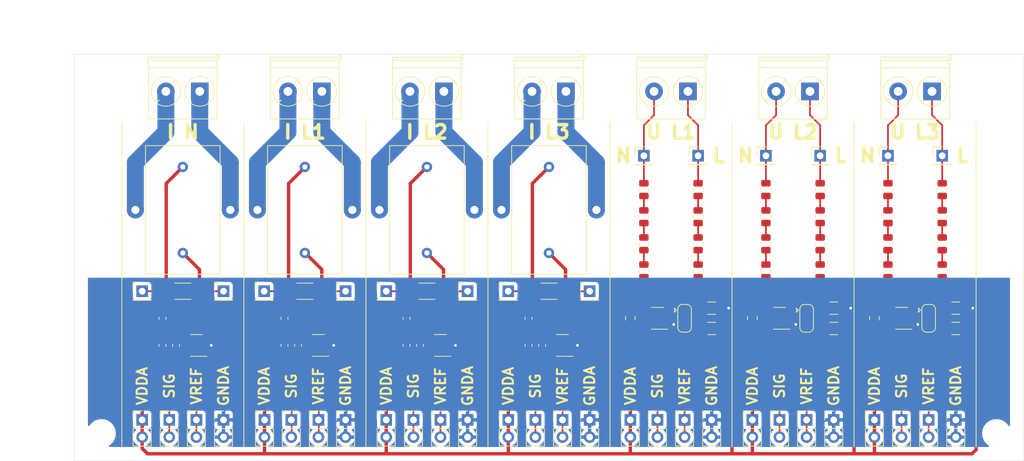
<source format=kicad_pcb>
(kicad_pcb (version 20171130) (host pcbnew "(5.1.6)-1")
  (title_block (title "3xU + 4xI Analog front end") (date 2020-11-30) (company "Zenex sp. z o. o."))
  (layers (0 F.Cu signal) (31 B.Cu signal) (34 B.Paste user) (35 F.Paste user) (36 B.SilkS user) (37 F.SilkS user) (38 B.Mask user) (39 F.Mask user) (44 Edge.Cuts user))
  (net 0 "")
  (net 1 "Net-(C1-Pad2)")
  (net 2 /ac_i_afe_1/ext_ref)
  (net 3 /ac_v_afe_1/AC_V_L)
  (net 4 /ac_v_afe_1/AC_V_N)
  (net 5 /ac_v_afe_1/ext_ref)
  (net 6 /ac_v_afe_1/Reference_voltage)
  (net 7 /ac_v_afe_1/V_div)
  (net 8 "Net-(R4-Pad2)")
  (net 9 "Net-(R5-Pad2)")
  (net 10 "Net-(R6-Pad2)")
  (net 11 "Net-(R7-Pad2)")
  (net 12 "Net-(R10-Pad1)")
  (net 13 "Net-(R11-Pad1)")
  (net 14 "Net-(R11-Pad2)")
  (net 15 "Net-(C2-Pad2)")
  (net 16 "Net-(C3-Pad2)")
  (net 17 /ac_v_afe_2/AC_V_L)
  (net 18 /ac_v_afe_2/AC_V_N)
  (net 19 /ac_v_afe_2/ext_ref)
  (net 20 /ac_v_afe_3/AC_V_L)
  (net 21 /ac_v_afe_3/AC_V_N)
  (net 22 /ac_v_afe_3/ext_ref)
  (net 23 /ac_v_afe_2/Reference_voltage)
  (net 24 /ac_v_afe_2/V_div)
  (net 25 /ac_v_afe_3/Reference_voltage)
  (net 26 /ac_v_afe_3/V_div)
  (net 27 "Net-(R15-Pad2)")
  (net 28 "Net-(R16-Pad2)")
  (net 29 "Net-(R17-Pad2)")
  (net 30 "Net-(R18-Pad2)")
  (net 31 "Net-(R19-Pad2)")
  (net 32 "Net-(R20-Pad2)")
  (net 33 "Net-(R22-Pad2)")
  (net 34 "Net-(R26-Pad2)")
  (net 35 "Net-(R27-Pad2)")
  (net 36 "Net-(R28-Pad2)")
  (net 37 "Net-(R29-Pad2)")
  (net 38 "Net-(R30-Pad2)")
  (net 39 "Net-(R31-Pad2)")
  (net 40 "Net-(R33-Pad2)")
  (net 41 "Net-(C4-Pad2)")
  (net 42 /ac_i_afe_2/ext_ref)
  (net 43 /ac_i_afe_3/ext_ref)
  (net 44 /ac_i_afe_4/ext_ref)
  (net 45 /signal_I1)
  (net 46 /signal_I2)
  (net 47 /signal_I3)
  (net 48 /signal_IN)
  (net 49 VDDA)
  (net 50 GNDA)
  (net 51 /signal_U1)
  (net 52 /signal_U2)
  (net 53 /signal_U3)
  (net 54 /ac_i_afe_1/CT_coil)
  (net 55 /ac_i_afe_2/CT_coil)
  (net 56 /ac_i_afe_3/CT_coil)
  (net 57 /ac_i_afe_4/CT_coil)
  (net 58 "Net-(CT1-Pad2)")
  (net 59 "Net-(CT1-Pad1)")
  (net 60 "Net-(CT2-Pad2)")
  (net 61 "Net-(CT2-Pad1)")
  (net 62 "Net-(CT3-Pad2)")
  (net 63 "Net-(CT3-Pad1)")
  (net 64 "Net-(CT4-Pad2)")
  (net 65 "Net-(CT4-Pad1)")
  (module MountingHole:MountingHole_3.2mm_M3 (layer F.Cu) (at 217 130)
    (fp_text reference H4 hide)
    (fp_text value MountingHole hide)
    (pad 1 np_thru_hole circle (at 0 0) (size 3.2 3.2) (drill 3.2) (layers *.Cu *.Mask))
  )
  (module MountingHole:MountingHole_3.2mm_M3 (layer F.Cu) (at 85 130)
    (fp_text reference H3 hide)
    (fp_text value MountingHole hide)
    (pad 1 np_thru_hole circle (at 0 0) (size 3.2 3.2) (drill 3.2) (layers *.Cu *.Mask))
  )
  (module MountingHole:MountingHole_3.2mm_M3 (layer F.Cu) (at 217 78)
    (fp_text reference H2 hide)
    (fp_text value MountingHole hide)
    (pad 1 np_thru_hole circle (at 0 0) (size 3.2 3.2) (drill 3.2) (layers *.Cu *.Mask))
  )
  (module MountingHole:MountingHole_3.2mm_M3 (layer F.Cu) (at 85 78)
    (fp_text reference H1 hide)
    (fp_text value MountingHole hide)
    (pad 1 np_thru_hole circle (at 0 0) (size 3.2 3.2) (drill 3.2) (layers *.Cu *.Mask))
  )
  (module eMKa_TRAFO:CT_talema_pimary_wire (layer F.Cu) (at 151 97 90)
    (fp_text reference CT3 hide)
    (fp_text value Current_Transformer)
    (pad 2 thru_hole circle (at 0 7 90) (size 2.5 2.5) (drill 1.2) (layers *.Cu *.Mask) (net 62 "Net-(CT3-Pad2)"))
    (pad 1 thru_hole circle (at 0 -7 90) (size 2.5 2.5) (drill 1.2) (layers *.Cu *.Mask) (net 63 "Net-(CT3-Pad1)"))
    (pad 4 thru_hole circle (at 6.35 0 90) (size 1.524 1.524) (drill 0.762) (layers *.Cu *.Mask) (net 56 /ac_i_afe_3/CT_coil))
    (pad 3 thru_hole circle (at -6.35 0 90) (size 1.524 1.524) (drill 0.762) (layers *.Cu *.Mask) (net 43 /ac_i_afe_3/ext_ref))
  )
  (module TerminalBlock_Phoenix:TerminalBlock_Phoenix_PT-1,5-2-5.0-H_1x02_P5.00mm_Horizontal (layer F.Cu) (at 99.5 79.5 180)
    (fp_text reference J43 hide)
    (fp_text value screw)
    (pad 2 thru_hole circle (at 5 0 180) (size 2.6 2.6) (drill 1.3) (layers *.Cu *.Mask) (net 65 "Net-(CT4-Pad1)"))
    (pad 1 thru_hole rect (at 0 0 180) (size 2.6 2.6) (drill 1.3) (layers *.Cu *.Mask) (net 64 "Net-(CT4-Pad2)"))
  )
  (module TerminalBlock_Phoenix:TerminalBlock_Phoenix_PT-1,5-2-5.0-H_1x02_P5.00mm_Horizontal (layer F.Cu) (at 153.5 79.5 180)
    (fp_text reference J36 hide)
    (fp_text value screw)
    (pad 2 thru_hole circle (at 5 0 180) (size 2.6 2.6) (drill 1.3) (layers *.Cu *.Mask) (net 63 "Net-(CT3-Pad1)"))
    (pad 1 thru_hole rect (at 0 0 180) (size 2.6 2.6) (drill 1.3) (layers *.Cu *.Mask) (net 62 "Net-(CT3-Pad2)"))
  )
  (module TerminalBlock_Phoenix:TerminalBlock_Phoenix_PT-1,5-2-5.0-H_1x02_P5.00mm_Horizontal (layer F.Cu) (at 135.5 79.5 180)
    (fp_text reference J29 hide)
    (fp_text value screw)
    (pad 2 thru_hole circle (at 5 0 180) (size 2.6 2.6) (drill 1.3) (layers *.Cu *.Mask) (net 61 "Net-(CT2-Pad1)"))
    (pad 1 thru_hole rect (at 0 0 180) (size 2.6 2.6) (drill 1.3) (layers *.Cu *.Mask) (net 60 "Net-(CT2-Pad2)"))
  )
  (module TerminalBlock_Phoenix:TerminalBlock_Phoenix_PT-1,5-2-5.0-H_1x02_P5.00mm_Horizontal (layer F.Cu) (at 117.5 79.5 180)
    (fp_text reference J1 hide)
    (fp_text value screw)
    (pad 2 thru_hole circle (at 5 0 180) (size 2.6 2.6) (drill 1.3) (layers *.Cu *.Mask) (net 59 "Net-(CT1-Pad1)"))
    (pad 1 thru_hole rect (at 0 0 180) (size 2.6 2.6) (drill 1.3) (layers *.Cu *.Mask) (net 58 "Net-(CT1-Pad2)"))
  )
  (module eMKa_TRAFO:CT_talema_pimary_wire (layer F.Cu) (at 97 97 90)
    (fp_text reference CT4 hide)
    (fp_text value Current_Transformer)
    (pad 2 thru_hole circle (at 0 7 90) (size 2.5 2.5) (drill 1.2) (layers *.Cu *.Mask) (net 64 "Net-(CT4-Pad2)"))
    (pad 1 thru_hole circle (at 0 -7 90) (size 2.5 2.5) (drill 1.2) (layers *.Cu *.Mask) (net 65 "Net-(CT4-Pad1)"))
    (pad 4 thru_hole circle (at 6.35 0 90) (size 1.524 1.524) (drill 0.762) (layers *.Cu *.Mask) (net 57 /ac_i_afe_4/CT_coil))
    (pad 3 thru_hole circle (at -6.35 0 90) (size 1.524 1.524) (drill 0.762) (layers *.Cu *.Mask) (net 44 /ac_i_afe_4/ext_ref))
  )
  (module eMKa_TRAFO:CT_talema_pimary_wire (layer F.Cu) (at 133 97 90)
    (fp_text reference CT2 hide)
    (fp_text value Current_Transformer)
    (pad 2 thru_hole circle (at 0 7 90) (size 2.5 2.5) (drill 1.2) (layers *.Cu *.Mask) (net 60 "Net-(CT2-Pad2)"))
    (pad 1 thru_hole circle (at 0 -7 90) (size 2.5 2.5) (drill 1.2) (layers *.Cu *.Mask) (net 61 "Net-(CT2-Pad1)"))
    (pad 4 thru_hole circle (at 6.35 0 90) (size 1.524 1.524) (drill 0.762) (layers *.Cu *.Mask) (net 55 /ac_i_afe_2/CT_coil))
    (pad 3 thru_hole circle (at -6.35 0 90) (size 1.524 1.524) (drill 0.762) (layers *.Cu *.Mask) (net 42 /ac_i_afe_2/ext_ref))
  )
  (module eMKa_TRAFO:CT_talema_pimary_wire (layer F.Cu) (at 115 97 90)
    (fp_text reference CT1 hide)
    (fp_text value Current_Transformer)
    (pad 2 thru_hole circle (at 0 7 90) (size 2.5 2.5) (drill 1.2) (layers *.Cu *.Mask) (net 58 "Net-(CT1-Pad2)"))
    (pad 1 thru_hole circle (at 0 -7 90) (size 2.5 2.5) (drill 1.2) (layers *.Cu *.Mask) (net 59 "Net-(CT1-Pad1)"))
    (pad 4 thru_hole circle (at 6.35 0 90) (size 1.524 1.524) (drill 0.762) (layers *.Cu *.Mask) (net 54 /ac_i_afe_1/CT_coil))
    (pad 3 thru_hole circle (at -6.35 0 90) (size 1.524 1.524) (drill 0.762) (layers *.Cu *.Mask) (net 2 /ac_i_afe_1/ext_ref))
  )
  (module TerminalBlock_Phoenix:TerminalBlock_Phoenix_PT-1,5-2-5.0-H_1x02_P5.00mm_Horizontal (layer F.Cu) (at 207.5 79.5 180)
    (fp_text reference J24 hide)
    (fp_text value screw)
    (pad 2 thru_hole circle (at 5 0 180) (size 2.6 2.6) (drill 1.3) (layers *.Cu *.Mask) (net 21 /ac_v_afe_3/AC_V_N))
    (pad 1 thru_hole rect (at 0 0 180) (size 2.6 2.6) (drill 1.3) (layers *.Cu *.Mask) (net 20 /ac_v_afe_3/AC_V_L))
  )
  (module TerminalBlock_Phoenix:TerminalBlock_Phoenix_PT-1,5-2-5.0-H_1x02_P5.00mm_Horizontal (layer F.Cu) (at 189.5 79.5 180)
    (fp_text reference J17 hide)
    (fp_text value screw)
    (pad 2 thru_hole circle (at 5 0 180) (size 2.6 2.6) (drill 1.3) (layers *.Cu *.Mask) (net 18 /ac_v_afe_2/AC_V_N))
    (pad 1 thru_hole rect (at 0 0 180) (size 2.6 2.6) (drill 1.3) (layers *.Cu *.Mask) (net 17 /ac_v_afe_2/AC_V_L))
  )
  (module TerminalBlock_Phoenix:TerminalBlock_Phoenix_PT-1,5-2-5.0-H_1x02_P5.00mm_Horizontal (layer F.Cu) (at 171.5 79.5 180)
    (fp_text reference J10 hide)
    (fp_text value screw)
    (pad 2 thru_hole circle (at 5 0 180) (size 2.6 2.6) (drill 1.3) (layers *.Cu *.Mask) (net 4 /ac_v_afe_1/AC_V_N))
    (pad 1 thru_hole rect (at 0 0 180) (size 2.6 2.6) (drill 1.3) (layers *.Cu *.Mask) (net 3 /ac_v_afe_1/AC_V_L))
  )
  (module Connector_PinHeader_2.54mm:PinHeader_1x01_P2.54mm_Vertical (layer F.Cu) (at 103 109)
    (fp_text reference J45 hide)
    (fp_text value CT_R)
    (pad 1 thru_hole rect (at 0 0) (size 1.7 1.7) (drill 1) (layers *.Cu *.Mask) (net 44 /ac_i_afe_4/ext_ref))
  )
  (module Connector_PinHeader_2.54mm:PinHeader_1x01_P2.54mm_Vertical (layer F.Cu) (at 91 109)
    (fp_text reference J44 hide)
    (fp_text value CT_R)
    (pad 1 thru_hole rect (at 0 0) (size 1.7 1.7) (drill 1) (layers *.Cu *.Mask) (net 57 /ac_i_afe_4/CT_coil))
  )
  (module Connector_PinHeader_2.54mm:PinHeader_1x01_P2.54mm_Vertical (layer F.Cu) (at 157 109)
    (fp_text reference J38 hide)
    (fp_text value CT_R)
    (pad 1 thru_hole rect (at 0 0) (size 1.7 1.7) (drill 1) (layers *.Cu *.Mask) (net 43 /ac_i_afe_3/ext_ref))
  )
  (module Connector_PinHeader_2.54mm:PinHeader_1x01_P2.54mm_Vertical (layer F.Cu) (at 145 109)
    (fp_text reference J37 hide)
    (fp_text value CT_R)
    (pad 1 thru_hole rect (at 0 0) (size 1.7 1.7) (drill 1) (layers *.Cu *.Mask) (net 56 /ac_i_afe_3/CT_coil))
  )
  (module Connector_PinHeader_2.54mm:PinHeader_1x01_P2.54mm_Vertical (layer F.Cu) (at 139 109)
    (fp_text reference J31 hide)
    (fp_text value CT_R)
    (pad 1 thru_hole rect (at 0 0) (size 1.7 1.7) (drill 1) (layers *.Cu *.Mask) (net 42 /ac_i_afe_2/ext_ref))
  )
  (module Connector_PinHeader_2.54mm:PinHeader_1x01_P2.54mm_Vertical (layer F.Cu) (at 127 109)
    (fp_text reference J30 hide)
    (fp_text value CT_R)
    (pad 1 thru_hole rect (at 0 0) (size 1.7 1.7) (drill 1) (layers *.Cu *.Mask) (net 55 /ac_i_afe_2/CT_coil))
  )
  (module Connector_PinHeader_2.54mm:PinHeader_1x01_P2.54mm_Vertical (layer F.Cu) (at 121 109)
    (fp_text reference J3 hide)
    (fp_text value CT_R)
    (pad 1 thru_hole rect (at 0 0) (size 1.7 1.7) (drill 1) (layers *.Cu *.Mask) (net 2 /ac_i_afe_1/ext_ref))
  )
  (module Connector_PinHeader_2.54mm:PinHeader_1x01_P2.54mm_Vertical (layer F.Cu) (at 109 109)
    (fp_text reference J2 hide)
    (fp_text value CT_R)
    (pad 1 thru_hole rect (at 0 0) (size 1.7 1.7) (drill 1) (layers *.Cu *.Mask) (net 54 /ac_i_afe_1/CT_coil))
  )
  (module Connector_PinHeader_2.54mm:PinHeader_1x02_P2.54mm_Vertical (layer F.Cu) (at 103 128)
    (fp_text reference J49 hide)
    (fp_text value GNDA)
    (pad 2 thru_hole oval (at 0 2.54) (size 1.7 1.7) (drill 1) (layers *.Cu *.Mask) (net 50 GNDA))
    (pad 1 thru_hole rect (at 0 0) (size 1.7 1.7) (drill 1) (layers *.Cu *.Mask) (net 50 GNDA))
  )
  (module Connector_PinHeader_2.54mm:PinHeader_1x02_P2.54mm_Vertical (layer F.Cu) (at 95 128)
    (fp_text reference J48 hide)
    (fp_text value SIGNAL)
    (pad 2 thru_hole oval (at 0 2.54) (size 1.7 1.7) (drill 1) (layers *.Cu *.Mask) (net 48 /signal_IN))
    (pad 1 thru_hole rect (at 0 0) (size 1.7 1.7) (drill 1) (layers *.Cu *.Mask) (net 48 /signal_IN))
  )
  (module Connector_PinHeader_2.54mm:PinHeader_1x02_P2.54mm_Vertical (layer F.Cu) (at 91 128)
    (fp_text reference J47 hide)
    (fp_text value VDDA)
    (pad 2 thru_hole oval (at 0 2.54) (size 1.7 1.7) (drill 1) (layers *.Cu *.Mask) (net 49 VDDA))
    (pad 1 thru_hole rect (at 0 0) (size 1.7 1.7) (drill 1) (layers *.Cu *.Mask) (net 49 VDDA))
  )
  (module Connector_PinHeader_2.54mm:PinHeader_1x02_P2.54mm_Vertical (layer F.Cu) (at 99 128)
    (fp_text reference J46 hide)
    (fp_text value V_ref)
    (pad 2 thru_hole oval (at 0 2.54) (size 1.7 1.7) (drill 1) (layers *.Cu *.Mask) (net 44 /ac_i_afe_4/ext_ref))
    (pad 1 thru_hole rect (at 0 0) (size 1.7 1.7) (drill 1) (layers *.Cu *.Mask) (net 44 /ac_i_afe_4/ext_ref))
  )
  (module Connector_PinHeader_2.54mm:PinHeader_1x02_P2.54mm_Vertical (layer F.Cu) (at 157 128)
    (fp_text reference J42 hide)
    (fp_text value GNDA)
    (pad 2 thru_hole oval (at 0 2.54) (size 1.7 1.7) (drill 1) (layers *.Cu *.Mask) (net 50 GNDA))
    (pad 1 thru_hole rect (at 0 0) (size 1.7 1.7) (drill 1) (layers *.Cu *.Mask) (net 50 GNDA))
  )
  (module Connector_PinHeader_2.54mm:PinHeader_1x02_P2.54mm_Vertical (layer F.Cu) (at 149 128)
    (fp_text reference J41 hide)
    (fp_text value SIGNAL)
    (pad 2 thru_hole oval (at 0 2.54) (size 1.7 1.7) (drill 1) (layers *.Cu *.Mask) (net 47 /signal_I3))
    (pad 1 thru_hole rect (at 0 0) (size 1.7 1.7) (drill 1) (layers *.Cu *.Mask) (net 47 /signal_I3))
  )
  (module Connector_PinHeader_2.54mm:PinHeader_1x02_P2.54mm_Vertical (layer F.Cu) (at 145 128)
    (fp_text reference J40 hide)
    (fp_text value VDDA)
    (pad 2 thru_hole oval (at 0 2.54) (size 1.7 1.7) (drill 1) (layers *.Cu *.Mask) (net 49 VDDA))
    (pad 1 thru_hole rect (at 0 0) (size 1.7 1.7) (drill 1) (layers *.Cu *.Mask) (net 49 VDDA))
  )
  (module Connector_PinHeader_2.54mm:PinHeader_1x02_P2.54mm_Vertical (layer F.Cu) (at 153 128)
    (fp_text reference J39 hide)
    (fp_text value V_ref)
    (pad 2 thru_hole oval (at 0 2.54) (size 1.7 1.7) (drill 1) (layers *.Cu *.Mask) (net 43 /ac_i_afe_3/ext_ref))
    (pad 1 thru_hole rect (at 0 0) (size 1.7 1.7) (drill 1) (layers *.Cu *.Mask) (net 43 /ac_i_afe_3/ext_ref))
  )
  (module Connector_PinHeader_2.54mm:PinHeader_1x02_P2.54mm_Vertical (layer F.Cu) (at 139 128)
    (fp_text reference J35 hide)
    (fp_text value GNDA)
    (pad 2 thru_hole oval (at 0 2.54) (size 1.7 1.7) (drill 1) (layers *.Cu *.Mask) (net 50 GNDA))
    (pad 1 thru_hole rect (at 0 0) (size 1.7 1.7) (drill 1) (layers *.Cu *.Mask) (net 50 GNDA))
  )
  (module Connector_PinHeader_2.54mm:PinHeader_1x02_P2.54mm_Vertical (layer F.Cu) (at 131.02 128)
    (fp_text reference J34 hide)
    (fp_text value SIGNAL)
    (pad 2 thru_hole oval (at 0 2.54) (size 1.7 1.7) (drill 1) (layers *.Cu *.Mask) (net 46 /signal_I2))
    (pad 1 thru_hole rect (at 0 0) (size 1.7 1.7) (drill 1) (layers *.Cu *.Mask) (net 46 /signal_I2))
  )
  (module Connector_PinHeader_2.54mm:PinHeader_1x02_P2.54mm_Vertical (layer F.Cu) (at 127 128)
    (fp_text reference J33 hide)
    (fp_text value VDDA)
    (pad 2 thru_hole oval (at 0 2.54) (size 1.7 1.7) (drill 1) (layers *.Cu *.Mask) (net 49 VDDA))
    (pad 1 thru_hole rect (at 0 0) (size 1.7 1.7) (drill 1) (layers *.Cu *.Mask) (net 49 VDDA))
  )
  (module Connector_PinHeader_2.54mm:PinHeader_1x02_P2.54mm_Vertical (layer F.Cu) (at 135 128)
    (fp_text reference J32 hide)
    (fp_text value V_ref)
    (pad 2 thru_hole oval (at 0 2.54) (size 1.7 1.7) (drill 1) (layers *.Cu *.Mask) (net 42 /ac_i_afe_2/ext_ref))
    (pad 1 thru_hole rect (at 0 0) (size 1.7 1.7) (drill 1) (layers *.Cu *.Mask) (net 42 /ac_i_afe_2/ext_ref))
  )
  (module Connector_PinHeader_2.54mm:PinHeader_1x02_P2.54mm_Vertical (layer F.Cu) (at 211 128)
    (fp_text reference J28 hide)
    (fp_text value GNDA)
    (pad 2 thru_hole oval (at 0 2.54) (size 1.7 1.7) (drill 1) (layers *.Cu *.Mask) (net 50 GNDA))
    (pad 1 thru_hole rect (at 0 0) (size 1.7 1.7) (drill 1) (layers *.Cu *.Mask) (net 50 GNDA))
  )
  (module Connector_PinHeader_2.54mm:PinHeader_1x02_P2.54mm_Vertical (layer F.Cu) (at 203 128)
    (fp_text reference J27 hide)
    (fp_text value SIGNAL)
    (pad 2 thru_hole oval (at 0 2.54) (size 1.7 1.7) (drill 1) (layers *.Cu *.Mask) (net 53 /signal_U3))
    (pad 1 thru_hole rect (at 0 0) (size 1.7 1.7) (drill 1) (layers *.Cu *.Mask) (net 53 /signal_U3))
  )
  (module Connector_PinHeader_2.54mm:PinHeader_1x02_P2.54mm_Vertical (layer F.Cu) (at 199 128)
    (fp_text reference J26 hide)
    (fp_text value VDDA)
    (pad 2 thru_hole oval (at 0 2.54) (size 1.7 1.7) (drill 1) (layers *.Cu *.Mask) (net 49 VDDA))
    (pad 1 thru_hole rect (at 0 0) (size 1.7 1.7) (drill 1) (layers *.Cu *.Mask) (net 49 VDDA))
  )
  (module Connector_PinHeader_2.54mm:PinHeader_1x02_P2.54mm_Vertical (layer F.Cu) (at 207 128)
    (fp_text reference J25 hide)
    (fp_text value V_ref)
    (pad 2 thru_hole oval (at 0 2.54) (size 1.7 1.7) (drill 1) (layers *.Cu *.Mask) (net 22 /ac_v_afe_3/ext_ref))
    (pad 1 thru_hole rect (at 0 0) (size 1.7 1.7) (drill 1) (layers *.Cu *.Mask) (net 22 /ac_v_afe_3/ext_ref))
  )
  (module Connector_PinHeader_2.54mm:PinHeader_1x02_P2.54mm_Vertical (layer F.Cu) (at 193 128)
    (fp_text reference J21 hide)
    (fp_text value GNDA)
    (pad 2 thru_hole oval (at 0 2.54) (size 1.7 1.7) (drill 1) (layers *.Cu *.Mask) (net 50 GNDA))
    (pad 1 thru_hole rect (at 0 0) (size 1.7 1.7) (drill 1) (layers *.Cu *.Mask) (net 50 GNDA))
  )
  (module Connector_PinHeader_2.54mm:PinHeader_1x02_P2.54mm_Vertical (layer F.Cu) (at 185 128)
    (fp_text reference J20 hide)
    (fp_text value SIGNAL)
    (pad 2 thru_hole oval (at 0 2.54) (size 1.7 1.7) (drill 1) (layers *.Cu *.Mask) (net 52 /signal_U2))
    (pad 1 thru_hole rect (at 0 0) (size 1.7 1.7) (drill 1) (layers *.Cu *.Mask) (net 52 /signal_U2))
  )
  (module Connector_PinHeader_2.54mm:PinHeader_1x02_P2.54mm_Vertical (layer F.Cu) (at 181 128)
    (fp_text reference J19 hide)
    (fp_text value VDDA)
    (pad 2 thru_hole oval (at 0 2.54) (size 1.7 1.7) (drill 1) (layers *.Cu *.Mask) (net 49 VDDA))
    (pad 1 thru_hole rect (at 0 0) (size 1.7 1.7) (drill 1) (layers *.Cu *.Mask) (net 49 VDDA))
  )
  (module Connector_PinHeader_2.54mm:PinHeader_1x02_P2.54mm_Vertical (layer F.Cu) (at 189 128)
    (fp_text reference J18 hide)
    (fp_text value V_ref)
    (pad 2 thru_hole oval (at 0 2.54) (size 1.7 1.7) (drill 1) (layers *.Cu *.Mask) (net 19 /ac_v_afe_2/ext_ref))
    (pad 1 thru_hole rect (at 0 0) (size 1.7 1.7) (drill 1) (layers *.Cu *.Mask) (net 19 /ac_v_afe_2/ext_ref))
  )
  (module Connector_PinHeader_2.54mm:PinHeader_1x02_P2.54mm_Vertical (layer F.Cu) (at 175 128)
    (fp_text reference J14 hide)
    (fp_text value GNDA)
    (pad 2 thru_hole oval (at 0 2.54) (size 1.7 1.7) (drill 1) (layers *.Cu *.Mask) (net 50 GNDA))
    (pad 1 thru_hole rect (at 0 0) (size 1.7 1.7) (drill 1) (layers *.Cu *.Mask) (net 50 GNDA))
  )
  (module Connector_PinHeader_2.54mm:PinHeader_1x02_P2.54mm_Vertical (layer F.Cu) (at 167 128)
    (fp_text reference J13 hide)
    (fp_text value SIGNAL)
    (pad 2 thru_hole oval (at 0 2.54) (size 1.7 1.7) (drill 1) (layers *.Cu *.Mask) (net 51 /signal_U1))
    (pad 1 thru_hole rect (at 0 0) (size 1.7 1.7) (drill 1) (layers *.Cu *.Mask) (net 51 /signal_U1))
  )
  (module Connector_PinHeader_2.54mm:PinHeader_1x02_P2.54mm_Vertical (layer F.Cu) (at 163 128)
    (fp_text reference J12 hide)
    (fp_text value VDDA)
    (pad 2 thru_hole oval (at 0 2.54) (size 1.7 1.7) (drill 1) (layers *.Cu *.Mask) (net 49 VDDA))
    (pad 1 thru_hole rect (at 0 0) (size 1.7 1.7) (drill 1) (layers *.Cu *.Mask) (net 49 VDDA))
  )
  (module Connector_PinHeader_2.54mm:PinHeader_1x02_P2.54mm_Vertical (layer F.Cu) (at 171 128)
    (fp_text reference J11 hide)
    (fp_text value V_ref)
    (pad 2 thru_hole oval (at 0 2.54) (size 1.7 1.7) (drill 1) (layers *.Cu *.Mask) (net 5 /ac_v_afe_1/ext_ref))
    (pad 1 thru_hole rect (at 0 0) (size 1.7 1.7) (drill 1) (layers *.Cu *.Mask) (net 5 /ac_v_afe_1/ext_ref))
  )
  (module Connector_PinHeader_2.54mm:PinHeader_1x02_P2.54mm_Vertical (layer F.Cu) (at 121 128)
    (fp_text reference J7 hide)
    (fp_text value GNDA)
    (pad 2 thru_hole oval (at 0 2.54) (size 1.7 1.7) (drill 1) (layers *.Cu *.Mask) (net 50 GNDA))
    (pad 1 thru_hole rect (at 0 0) (size 1.7 1.7) (drill 1) (layers *.Cu *.Mask) (net 50 GNDA))
  )
  (module Connector_PinHeader_2.54mm:PinHeader_1x02_P2.54mm_Vertical (layer F.Cu) (at 113 128)
    (fp_text reference J6 hide)
    (fp_text value SIGNAL)
    (pad 2 thru_hole oval (at 0 2.54) (size 1.7 1.7) (drill 1) (layers *.Cu *.Mask) (net 45 /signal_I1))
    (pad 1 thru_hole rect (at 0 0) (size 1.7 1.7) (drill 1) (layers *.Cu *.Mask) (net 45 /signal_I1))
  )
  (module Connector_PinHeader_2.54mm:PinHeader_1x02_P2.54mm_Vertical (layer F.Cu) (at 109.05 128)
    (fp_text reference J5 hide)
    (fp_text value VDDA)
    (pad 2 thru_hole oval (at 0 2.54) (size 1.7 1.7) (drill 1) (layers *.Cu *.Mask) (net 49 VDDA))
    (pad 1 thru_hole rect (at 0 0) (size 1.7 1.7) (drill 1) (layers *.Cu *.Mask) (net 49 VDDA))
  )
  (module Connector_PinHeader_2.54mm:PinHeader_1x02_P2.54mm_Vertical (layer F.Cu) (at 117 128)
    (fp_text reference J4 hide)
    (fp_text value V_ref)
    (pad 2 thru_hole oval (at 0 2.54) (size 1.7 1.7) (drill 1) (layers *.Cu *.Mask) (net 2 /ac_i_afe_1/ext_ref))
    (pad 1 thru_hole rect (at 0 0) (size 1.7 1.7) (drill 1) (layers *.Cu *.Mask) (net 2 /ac_i_afe_1/ext_ref))
  )
  (module Package_TO_SOT_SMD:SOT-23-5 (layer F.Cu) (at 99 117 180)
    (fp_text reference U7 hide)
    (fp_text value MCP6021T)
    (pad 5 smd rect (at 1.1 -0.95 180) (size 1.06 0.65) (layers F.Cu F.Paste F.Mask) (net 49 VDDA))
    (pad 4 smd rect (at 1.1 0.95 180) (size 1.06 0.65) (layers F.Cu F.Paste F.Mask) (net 41 "Net-(C4-Pad2)"))
    (pad 3 smd rect (at -1.1 0.95 180) (size 1.06 0.65) (layers F.Cu F.Paste F.Mask) (net 44 /ac_i_afe_4/ext_ref))
    (pad 2 smd rect (at -1.1 0 180) (size 1.06 0.65) (layers F.Cu F.Paste F.Mask) (net 50 GNDA))
    (pad 1 smd rect (at -1.1 -0.95 180) (size 1.06 0.65) (layers F.Cu F.Paste F.Mask) (net 48 /signal_IN))
  )
  (module Resistor_SMD:R_0603_1608Metric (layer F.Cu) (at 96 117 90)
    (fp_text reference R45 hide)
    (fp_text value 15K)
    (pad 2 smd roundrect (at 0.7875 0 90) (size 0.875 0.95) (layers F.Cu F.Paste F.Mask) (net 41 "Net-(C4-Pad2)"))
    (pad 1 smd roundrect (at -0.7875 0 90) (size 0.875 0.95) (layers F.Cu F.Paste F.Mask) (net 48 /signal_IN))
  )
  (module Resistor_SMD:R_0603_1608Metric (layer F.Cu) (at 94 113 90)
    (fp_text reference R44 hide)
    (fp_text value 1K)
    (pad 2 smd roundrect (at 0.7875 0 90) (size 0.875 0.95) (layers F.Cu F.Paste F.Mask) (net 57 /ac_i_afe_4/CT_coil))
    (pad 1 smd roundrect (at -0.7875 0 90) (size 0.875 0.95) (layers F.Cu F.Paste F.Mask) (net 41 "Net-(C4-Pad2)"))
  )
  (module Resistor_SMD:R_MELF_MMB-0207 (layer F.Cu) (at 97 109 180)
    (fp_text reference R43 hide)
    (fp_text value 10)
    (pad 2 smd rect (at 2.45 0 180) (size 2.1 2.6) (layers F.Cu F.Paste F.Mask) (net 57 /ac_i_afe_4/CT_coil))
    (pad 1 smd rect (at -2.45 0 180) (size 2.1 2.6) (layers F.Cu F.Paste F.Mask) (net 44 /ac_i_afe_4/ext_ref))
  )
  (module Capacitor_SMD:C_0603_1608Metric (layer F.Cu) (at 94 117 90)
    (fp_text reference C4 hide)
    (fp_text value 4,7n)
    (pad 2 smd roundrect (at 0.7875 0 90) (size 0.875 0.95) (layers F.Cu F.Paste F.Mask) (net 41 "Net-(C4-Pad2)"))
    (pad 1 smd roundrect (at -0.7875 0 90) (size 0.875 0.95) (layers F.Cu F.Paste F.Mask) (net 48 /signal_IN))
  )
  (module Package_TO_SOT_SMD:SOT-23-5 (layer F.Cu) (at 153 117 180)
    (fp_text reference U6 hide)
    (fp_text value MCP6021T)
    (pad 5 smd rect (at 1.1 -0.95 180) (size 1.06 0.65) (layers F.Cu F.Paste F.Mask) (net 49 VDDA))
    (pad 4 smd rect (at 1.1 0.95 180) (size 1.06 0.65) (layers F.Cu F.Paste F.Mask) (net 16 "Net-(C3-Pad2)"))
    (pad 3 smd rect (at -1.1 0.95 180) (size 1.06 0.65) (layers F.Cu F.Paste F.Mask) (net 43 /ac_i_afe_3/ext_ref))
    (pad 2 smd rect (at -1.1 0 180) (size 1.06 0.65) (layers F.Cu F.Paste F.Mask) (net 50 GNDA))
    (pad 1 smd rect (at -1.1 -0.95 180) (size 1.06 0.65) (layers F.Cu F.Paste F.Mask) (net 47 /signal_I3))
  )
  (module Package_TO_SOT_SMD:SOT-23-5 (layer F.Cu) (at 135 117 180)
    (fp_text reference U5 hide)
    (fp_text value MCP6021T)
    (pad 5 smd rect (at 1.1 -0.95 180) (size 1.06 0.65) (layers F.Cu F.Paste F.Mask) (net 49 VDDA))
    (pad 4 smd rect (at 1.1 0.95 180) (size 1.06 0.65) (layers F.Cu F.Paste F.Mask) (net 15 "Net-(C2-Pad2)"))
    (pad 3 smd rect (at -1.1 0.95 180) (size 1.06 0.65) (layers F.Cu F.Paste F.Mask) (net 42 /ac_i_afe_2/ext_ref))
    (pad 2 smd rect (at -1.1 0 180) (size 1.06 0.65) (layers F.Cu F.Paste F.Mask) (net 50 GNDA))
    (pad 1 smd rect (at -1.1 -0.95 180) (size 1.06 0.65) (layers F.Cu F.Paste F.Mask) (net 46 /signal_I2))
  )
  (module Package_TO_SOT_SMD:SOT-23-5 (layer F.Cu) (at 203 113 180)
    (fp_text reference U4 hide)
    (fp_text value MCP6021T)
    (pad 5 smd rect (at 1.1 -0.95 180) (size 1.06 0.65) (layers F.Cu F.Paste F.Mask) (net 49 VDDA))
    (pad 4 smd rect (at 1.1 0.95 180) (size 1.06 0.65) (layers F.Cu F.Paste F.Mask) (net 40 "Net-(R33-Pad2)"))
    (pad 3 smd rect (at -1.1 0.95 180) (size 1.06 0.65) (layers F.Cu F.Paste F.Mask) (net 25 /ac_v_afe_3/Reference_voltage))
    (pad 2 smd rect (at -1.1 0 180) (size 1.06 0.65) (layers F.Cu F.Paste F.Mask) (net 50 GNDA))
    (pad 1 smd rect (at -1.1 -0.95 180) (size 1.06 0.65) (layers F.Cu F.Paste F.Mask) (net 53 /signal_U3))
  )
  (module Package_TO_SOT_SMD:SOT-23-5 (layer F.Cu) (at 185 113 180)
    (fp_text reference U3 hide)
    (fp_text value MCP6021T)
    (pad 5 smd rect (at 1.1 -0.95 180) (size 1.06 0.65) (layers F.Cu F.Paste F.Mask) (net 49 VDDA))
    (pad 4 smd rect (at 1.1 0.95 180) (size 1.06 0.65) (layers F.Cu F.Paste F.Mask) (net 33 "Net-(R22-Pad2)"))
    (pad 3 smd rect (at -1.1 0.95 180) (size 1.06 0.65) (layers F.Cu F.Paste F.Mask) (net 23 /ac_v_afe_2/Reference_voltage))
    (pad 2 smd rect (at -1.1 0 180) (size 1.06 0.65) (layers F.Cu F.Paste F.Mask) (net 50 GNDA))
    (pad 1 smd rect (at -1.1 -0.95 180) (size 1.06 0.65) (layers F.Cu F.Paste F.Mask) (net 52 /signal_U2))
  )
  (module Package_TO_SOT_SMD:SOT-23-5 (layer F.Cu) (at 167 113 180)
    (fp_text reference U2 hide)
    (fp_text value MCP6021T)
    (pad 5 smd rect (at 1.1 -0.95 180) (size 1.06 0.65) (layers F.Cu F.Paste F.Mask) (net 49 VDDA))
    (pad 4 smd rect (at 1.1 0.95 180) (size 1.06 0.65) (layers F.Cu F.Paste F.Mask) (net 14 "Net-(R11-Pad2)"))
    (pad 3 smd rect (at -1.1 0.95 180) (size 1.06 0.65) (layers F.Cu F.Paste F.Mask) (net 6 /ac_v_afe_1/Reference_voltage))
    (pad 2 smd rect (at -1.1 0 180) (size 1.06 0.65) (layers F.Cu F.Paste F.Mask) (net 50 GNDA))
    (pad 1 smd rect (at -1.1 -0.95 180) (size 1.06 0.65) (layers F.Cu F.Paste F.Mask) (net 51 /signal_U1))
  )
  (module Package_TO_SOT_SMD:SOT-23-5 (layer F.Cu) (at 117 117 180)
    (fp_text reference U1 hide)
    (fp_text value MCP6021T)
    (pad 5 smd rect (at 1.1 -0.95 180) (size 1.06 0.65) (layers F.Cu F.Paste F.Mask) (net 49 VDDA))
    (pad 4 smd rect (at 1.1 0.95 180) (size 1.06 0.65) (layers F.Cu F.Paste F.Mask) (net 1 "Net-(C1-Pad2)"))
    (pad 3 smd rect (at -1.1 0.95 180) (size 1.06 0.65) (layers F.Cu F.Paste F.Mask) (net 2 /ac_i_afe_1/ext_ref))
    (pad 2 smd rect (at -1.1 0 180) (size 1.06 0.65) (layers F.Cu F.Paste F.Mask) (net 50 GNDA))
    (pad 1 smd rect (at -1.1 -0.95 180) (size 1.06 0.65) (layers F.Cu F.Paste F.Mask) (net 45 /signal_I1))
  )
  (module Resistor_SMD:R_0603_1608Metric (layer F.Cu) (at 150 117 90)
    (fp_text reference R42 hide)
    (fp_text value 15K)
    (pad 2 smd roundrect (at 0.7875 0 90) (size 0.875 0.95) (layers F.Cu F.Paste F.Mask) (net 16 "Net-(C3-Pad2)"))
    (pad 1 smd roundrect (at -0.7875 0 90) (size 0.875 0.95) (layers F.Cu F.Paste F.Mask) (net 47 /signal_I3))
  )
  (module Resistor_SMD:R_0603_1608Metric (layer F.Cu) (at 148 113 90)
    (fp_text reference R41 hide)
    (fp_text value 1K)
    (pad 2 smd roundrect (at 0.7875 0 90) (size 0.875 0.95) (layers F.Cu F.Paste F.Mask) (net 56 /ac_i_afe_3/CT_coil))
    (pad 1 smd roundrect (at -0.7875 0 90) (size 0.875 0.95) (layers F.Cu F.Paste F.Mask) (net 16 "Net-(C3-Pad2)"))
  )
  (module Resistor_SMD:R_MELF_MMB-0207 (layer F.Cu) (at 151 109 180)
    (fp_text reference R40 hide)
    (fp_text value 10)
    (pad 2 smd rect (at 2.45 0 180) (size 2.1 2.6) (layers F.Cu F.Paste F.Mask) (net 56 /ac_i_afe_3/CT_coil))
    (pad 1 smd rect (at -2.45 0 180) (size 2.1 2.6) (layers F.Cu F.Paste F.Mask) (net 43 /ac_i_afe_3/ext_ref))
  )
  (module Resistor_SMD:R_0603_1608Metric (layer F.Cu) (at 132 117 90)
    (fp_text reference R39 hide)
    (fp_text value 15K)
    (pad 2 smd roundrect (at 0.7875 0 90) (size 0.875 0.95) (layers F.Cu F.Paste F.Mask) (net 15 "Net-(C2-Pad2)"))
    (pad 1 smd roundrect (at -0.7875 0 90) (size 0.875 0.95) (layers F.Cu F.Paste F.Mask) (net 46 /signal_I2))
  )
  (module Resistor_SMD:R_0603_1608Metric (layer F.Cu) (at 130 113 90)
    (fp_text reference R38 hide)
    (fp_text value 1K)
    (pad 2 smd roundrect (at 0.7875 0 90) (size 0.875 0.95) (layers F.Cu F.Paste F.Mask) (net 55 /ac_i_afe_2/CT_coil))
    (pad 1 smd roundrect (at -0.7875 0 90) (size 0.875 0.95) (layers F.Cu F.Paste F.Mask) (net 15 "Net-(C2-Pad2)"))
  )
  (module Resistor_SMD:R_MELF_MMB-0207 (layer F.Cu) (at 133 109 180)
    (fp_text reference R37 hide)
    (fp_text value 10)
    (pad 2 smd rect (at 2.45 0 180) (size 2.1 2.6) (layers F.Cu F.Paste F.Mask) (net 55 /ac_i_afe_2/CT_coil))
    (pad 1 smd rect (at -2.45 0 180) (size 2.1 2.6) (layers F.Cu F.Paste F.Mask) (net 42 /ac_i_afe_2/ext_ref))
  )
  (module Resistor_SMD:R_0805_2012Metric (layer F.Cu) (at 199 113 270)
    (fp_text reference R36 hide)
    (fp_text value 15K)
    (pad 2 smd roundrect (at 0.9375 0 270) (size 0.975 1.4) (layers F.Cu F.Paste F.Mask) (net 53 /signal_U3))
    (pad 1 smd roundrect (at -0.9375 0 270) (size 0.975 1.4) (layers F.Cu F.Paste F.Mask) (net 40 "Net-(R33-Pad2)"))
  )
  (module Resistor_SMD:R_1206_3216Metric (layer F.Cu) (at 211 111.5 180)
    (fp_text reference R35 hide)
    (fp_text value R_div_ref)
    (pad 2 smd roundrect (at 1.4 0 180) (size 1.25 1.75) (layers F.Cu F.Paste F.Mask) (roundrect_rratio 0.2) (net 26 /ac_v_afe_3/V_div))
    (pad 1 smd roundrect (at -1.4 0 180) (size 1.25 1.75) (layers F.Cu F.Paste F.Mask) (roundrect_rratio 0.2) (net 50 GNDA))
  )
  (module Resistor_SMD:R_1206_3216Metric (layer F.Cu) (at 211 114.5)
    (fp_text reference R34 hide)
    (fp_text value R_div_ref)
    (pad 2 smd roundrect (at 1.4 0) (size 1.25 1.75) (layers F.Cu F.Paste F.Mask) (roundrect_rratio 0.2) (net 49 VDDA))
    (pad 1 smd roundrect (at -1.4 0) (size 1.25 1.75) (layers F.Cu F.Paste F.Mask) (roundrect_rratio 0.2) (net 26 /ac_v_afe_3/V_div))
  )
  (module Resistor_SMD:R_0805_2012Metric (layer F.Cu) (at 201 106 270)
    (fp_text reference R33 hide)
    (fp_text value 240K)
    (pad 2 smd roundrect (at 0.9375 0 270) (size 0.975 1.4) (layers F.Cu F.Paste F.Mask) (net 40 "Net-(R33-Pad2)"))
    (pad 1 smd roundrect (at -0.9375 0 270) (size 0.975 1.4) (layers F.Cu F.Paste F.Mask) (net 39 "Net-(R31-Pad2)"))
  )
  (module Resistor_SMD:R_0805_2012Metric (layer F.Cu) (at 209 106 270)
    (fp_text reference R32 hide)
    (fp_text value 240K)
    (pad 2 smd roundrect (at 0.9375 0 270) (size 0.975 1.4) (layers F.Cu F.Paste F.Mask) (net 25 /ac_v_afe_3/Reference_voltage))
    (pad 1 smd roundrect (at -0.9375 0 270) (size 0.975 1.4) (layers F.Cu F.Paste F.Mask) (net 38 "Net-(R30-Pad2)"))
  )
  (module Resistor_SMD:R_0805_2012Metric (layer F.Cu) (at 201 102 270)
    (fp_text reference R31 hide)
    (fp_text value 1M)
    (pad 2 smd roundrect (at 0.9375 0 270) (size 0.975 1.4) (layers F.Cu F.Paste F.Mask) (net 39 "Net-(R31-Pad2)"))
    (pad 1 smd roundrect (at -0.9375 0 270) (size 0.975 1.4) (layers F.Cu F.Paste F.Mask) (net 37 "Net-(R29-Pad2)"))
  )
  (module Resistor_SMD:R_0805_2012Metric (layer F.Cu) (at 209 102 270)
    (fp_text reference R30 hide)
    (fp_text value 1M)
    (pad 2 smd roundrect (at 0.9375 0 270) (size 0.975 1.4) (layers F.Cu F.Paste F.Mask) (net 38 "Net-(R30-Pad2)"))
    (pad 1 smd roundrect (at -0.9375 0 270) (size 0.975 1.4) (layers F.Cu F.Paste F.Mask) (net 36 "Net-(R28-Pad2)"))
  )
  (module Resistor_SMD:R_0805_2012Metric (layer F.Cu) (at 201 98 270)
    (fp_text reference R29 hide)
    (fp_text value 1M)
    (pad 2 smd roundrect (at 0.9375 0 270) (size 0.975 1.4) (layers F.Cu F.Paste F.Mask) (net 37 "Net-(R29-Pad2)"))
    (pad 1 smd roundrect (at -0.9375 0 270) (size 0.975 1.4) (layers F.Cu F.Paste F.Mask) (net 35 "Net-(R27-Pad2)"))
  )
  (module Resistor_SMD:R_0805_2012Metric (layer F.Cu) (at 209 98 270)
    (fp_text reference R28 hide)
    (fp_text value 1M)
    (pad 2 smd roundrect (at 0.9375 0 270) (size 0.975 1.4) (layers F.Cu F.Paste F.Mask) (net 36 "Net-(R28-Pad2)"))
    (pad 1 smd roundrect (at -0.9375 0 270) (size 0.975 1.4) (layers F.Cu F.Paste F.Mask) (net 34 "Net-(R26-Pad2)"))
  )
  (module Resistor_SMD:R_0805_2012Metric (layer F.Cu) (at 201 94 270)
    (fp_text reference R27 hide)
    (fp_text value 1M)
    (pad 2 smd roundrect (at 0.9375 0 270) (size 0.975 1.4) (layers F.Cu F.Paste F.Mask) (net 35 "Net-(R27-Pad2)"))
    (pad 1 smd roundrect (at -0.9375 0 270) (size 0.975 1.4) (layers F.Cu F.Paste F.Mask) (net 21 /ac_v_afe_3/AC_V_N))
  )
  (module Resistor_SMD:R_0805_2012Metric (layer F.Cu) (at 209 94 270)
    (fp_text reference R26 hide)
    (fp_text value 1M)
    (pad 2 smd roundrect (at 0.9375 0 270) (size 0.975 1.4) (layers F.Cu F.Paste F.Mask) (net 34 "Net-(R26-Pad2)"))
    (pad 1 smd roundrect (at -0.9375 0 270) (size 0.975 1.4) (layers F.Cu F.Paste F.Mask) (net 20 /ac_v_afe_3/AC_V_L))
  )
  (module Resistor_SMD:R_0805_2012Metric (layer F.Cu) (at 181 113 270)
    (fp_text reference R25 hide)
    (fp_text value 15K)
    (pad 2 smd roundrect (at 0.9375 0 270) (size 0.975 1.4) (layers F.Cu F.Paste F.Mask) (net 52 /signal_U2))
    (pad 1 smd roundrect (at -0.9375 0 270) (size 0.975 1.4) (layers F.Cu F.Paste F.Mask) (net 33 "Net-(R22-Pad2)"))
  )
  (module Resistor_SMD:R_1206_3216Metric (layer F.Cu) (at 193 111.5 180)
    (fp_text reference R24 hide)
    (fp_text value R_div_ref)
    (pad 2 smd roundrect (at 1.4 0 180) (size 1.25 1.75) (layers F.Cu F.Paste F.Mask) (roundrect_rratio 0.2) (net 24 /ac_v_afe_2/V_div))
    (pad 1 smd roundrect (at -1.4 0 180) (size 1.25 1.75) (layers F.Cu F.Paste F.Mask) (roundrect_rratio 0.2) (net 50 GNDA))
  )
  (module Resistor_SMD:R_1206_3216Metric (layer F.Cu) (at 193 114.5)
    (fp_text reference R23 hide)
    (fp_text value R_div_ref)
    (pad 2 smd roundrect (at 1.4 0) (size 1.25 1.75) (layers F.Cu F.Paste F.Mask) (roundrect_rratio 0.2) (net 49 VDDA))
    (pad 1 smd roundrect (at -1.4 0) (size 1.25 1.75) (layers F.Cu F.Paste F.Mask) (roundrect_rratio 0.2) (net 24 /ac_v_afe_2/V_div))
  )
  (module Resistor_SMD:R_0805_2012Metric (layer F.Cu) (at 183 106 270)
    (fp_text reference R22 hide)
    (fp_text value 240K)
    (pad 2 smd roundrect (at 0.9375 0 270) (size 0.975 1.4) (layers F.Cu F.Paste F.Mask) (net 33 "Net-(R22-Pad2)"))
    (pad 1 smd roundrect (at -0.9375 0 270) (size 0.975 1.4) (layers F.Cu F.Paste F.Mask) (net 32 "Net-(R20-Pad2)"))
  )
  (module Resistor_SMD:R_0805_2012Metric (layer F.Cu) (at 191 106 270)
    (fp_text reference R21 hide)
    (fp_text value 240K)
    (pad 2 smd roundrect (at 0.9375 0 270) (size 0.975 1.4) (layers F.Cu F.Paste F.Mask) (net 23 /ac_v_afe_2/Reference_voltage))
    (pad 1 smd roundrect (at -0.9375 0 270) (size 0.975 1.4) (layers F.Cu F.Paste F.Mask) (net 31 "Net-(R19-Pad2)"))
  )
  (module Resistor_SMD:R_0805_2012Metric (layer F.Cu) (at 183 102 270)
    (fp_text reference R20 hide)
    (fp_text value 1M)
    (pad 2 smd roundrect (at 0.9375 0 270) (size 0.975 1.4) (layers F.Cu F.Paste F.Mask) (net 32 "Net-(R20-Pad2)"))
    (pad 1 smd roundrect (at -0.9375 0 270) (size 0.975 1.4) (layers F.Cu F.Paste F.Mask) (net 30 "Net-(R18-Pad2)"))
  )
  (module Resistor_SMD:R_0805_2012Metric (layer F.Cu) (at 191 102 270)
    (fp_text reference R19 hide)
    (fp_text value 1M)
    (pad 2 smd roundrect (at 0.9375 0 270) (size 0.975 1.4) (layers F.Cu F.Paste F.Mask) (net 31 "Net-(R19-Pad2)"))
    (pad 1 smd roundrect (at -0.9375 0 270) (size 0.975 1.4) (layers F.Cu F.Paste F.Mask) (net 29 "Net-(R17-Pad2)"))
  )
  (module Resistor_SMD:R_0805_2012Metric (layer F.Cu) (at 183 98 270)
    (fp_text reference R18 hide)
    (fp_text value 1M)
    (pad 2 smd roundrect (at 0.9375 0 270) (size 0.975 1.4) (layers F.Cu F.Paste F.Mask) (net 30 "Net-(R18-Pad2)"))
    (pad 1 smd roundrect (at -0.9375 0 270) (size 0.975 1.4) (layers F.Cu F.Paste F.Mask) (net 28 "Net-(R16-Pad2)"))
  )
  (module Resistor_SMD:R_0805_2012Metric (layer F.Cu) (at 191 98 270)
    (fp_text reference R17 hide)
    (fp_text value 1M)
    (pad 2 smd roundrect (at 0.9375 0 270) (size 0.975 1.4) (layers F.Cu F.Paste F.Mask) (net 29 "Net-(R17-Pad2)"))
    (pad 1 smd roundrect (at -0.9375 0 270) (size 0.975 1.4) (layers F.Cu F.Paste F.Mask) (net 27 "Net-(R15-Pad2)"))
  )
  (module Resistor_SMD:R_0805_2012Metric (layer F.Cu) (at 183 94 270)
    (fp_text reference R16 hide)
    (fp_text value 1M)
    (pad 2 smd roundrect (at 0.9375 0 270) (size 0.975 1.4) (layers F.Cu F.Paste F.Mask) (net 28 "Net-(R16-Pad2)"))
    (pad 1 smd roundrect (at -0.9375 0 270) (size 0.975 1.4) (layers F.Cu F.Paste F.Mask) (net 18 /ac_v_afe_2/AC_V_N))
  )
  (module Resistor_SMD:R_0805_2012Metric (layer F.Cu) (at 191 94 270)
    (fp_text reference R15 hide)
    (fp_text value 1M)
    (pad 2 smd roundrect (at 0.9375 0 270) (size 0.975 1.4) (layers F.Cu F.Paste F.Mask) (net 27 "Net-(R15-Pad2)"))
    (pad 1 smd roundrect (at -0.9375 0 270) (size 0.975 1.4) (layers F.Cu F.Paste F.Mask) (net 17 /ac_v_afe_2/AC_V_L))
  )
  (module Resistor_SMD:R_0805_2012Metric (layer F.Cu) (at 163 113 270)
    (fp_text reference R14 hide)
    (fp_text value 15K)
    (pad 2 smd roundrect (at 0.9375 0 270) (size 0.975 1.4) (layers F.Cu F.Paste F.Mask) (net 51 /signal_U1))
    (pad 1 smd roundrect (at -0.9375 0 270) (size 0.975 1.4) (layers F.Cu F.Paste F.Mask) (net 14 "Net-(R11-Pad2)"))
  )
  (module Resistor_SMD:R_1206_3216Metric (layer F.Cu) (at 175 111.5 180)
    (fp_text reference R13 hide)
    (fp_text value R_div_ref)
    (pad 2 smd roundrect (at 1.4 0 180) (size 1.25 1.75) (layers F.Cu F.Paste F.Mask) (roundrect_rratio 0.2) (net 7 /ac_v_afe_1/V_div))
    (pad 1 smd roundrect (at -1.4 0 180) (size 1.25 1.75) (layers F.Cu F.Paste F.Mask) (roundrect_rratio 0.2) (net 50 GNDA))
  )
  (module Resistor_SMD:R_1206_3216Metric (layer F.Cu) (at 175 114.5)
    (fp_text reference R12 hide)
    (fp_text value R_div_ref)
    (pad 2 smd roundrect (at 1.4 0) (size 1.25 1.75) (layers F.Cu F.Paste F.Mask) (roundrect_rratio 0.2) (net 49 VDDA))
    (pad 1 smd roundrect (at -1.4 0) (size 1.25 1.75) (layers F.Cu F.Paste F.Mask) (roundrect_rratio 0.2) (net 7 /ac_v_afe_1/V_div))
  )
  (module Resistor_SMD:R_0805_2012Metric (layer F.Cu) (at 165 106 270)
    (fp_text reference R11 hide)
    (fp_text value 240K)
    (pad 2 smd roundrect (at 0.9375 0 270) (size 0.975 1.4) (layers F.Cu F.Paste F.Mask) (net 14 "Net-(R11-Pad2)"))
    (pad 1 smd roundrect (at -0.9375 0 270) (size 0.975 1.4) (layers F.Cu F.Paste F.Mask) (net 13 "Net-(R11-Pad1)"))
  )
  (module Resistor_SMD:R_0805_2012Metric (layer F.Cu) (at 173 106 270)
    (fp_text reference R10 hide)
    (fp_text value 240K)
    (pad 2 smd roundrect (at 0.9375 0 270) (size 0.975 1.4) (layers F.Cu F.Paste F.Mask) (net 6 /ac_v_afe_1/Reference_voltage))
    (pad 1 smd roundrect (at -0.9375 0 270) (size 0.975 1.4) (layers F.Cu F.Paste F.Mask) (net 12 "Net-(R10-Pad1)"))
  )
  (module Resistor_SMD:R_0805_2012Metric (layer F.Cu) (at 165 102 270)
    (fp_text reference R9 hide)
    (fp_text value 1M)
    (pad 2 smd roundrect (at 0.9375 0 270) (size 0.975 1.4) (layers F.Cu F.Paste F.Mask) (net 13 "Net-(R11-Pad1)"))
    (pad 1 smd roundrect (at -0.9375 0 270) (size 0.975 1.4) (layers F.Cu F.Paste F.Mask) (net 11 "Net-(R7-Pad2)"))
  )
  (module Resistor_SMD:R_0805_2012Metric (layer F.Cu) (at 173 102 270)
    (fp_text reference R8 hide)
    (fp_text value 1M)
    (pad 2 smd roundrect (at 0.9375 0 270) (size 0.975 1.4) (layers F.Cu F.Paste F.Mask) (net 12 "Net-(R10-Pad1)"))
    (pad 1 smd roundrect (at -0.9375 0 270) (size 0.975 1.4) (layers F.Cu F.Paste F.Mask) (net 10 "Net-(R6-Pad2)"))
  )
  (module Resistor_SMD:R_0805_2012Metric (layer F.Cu) (at 165 98 270)
    (fp_text reference R7 hide)
    (fp_text value 1M)
    (pad 2 smd roundrect (at 0.9375 0 270) (size 0.975 1.4) (layers F.Cu F.Paste F.Mask) (net 11 "Net-(R7-Pad2)"))
    (pad 1 smd roundrect (at -0.9375 0 270) (size 0.975 1.4) (layers F.Cu F.Paste F.Mask) (net 9 "Net-(R5-Pad2)"))
  )
  (module Resistor_SMD:R_0805_2012Metric (layer F.Cu) (at 173 98 270)
    (fp_text reference R6 hide)
    (fp_text value 1M)
    (pad 2 smd roundrect (at 0.9375 0 270) (size 0.975 1.4) (layers F.Cu F.Paste F.Mask) (net 10 "Net-(R6-Pad2)"))
    (pad 1 smd roundrect (at -0.9375 0 270) (size 0.975 1.4) (layers F.Cu F.Paste F.Mask) (net 8 "Net-(R4-Pad2)"))
  )
  (module Resistor_SMD:R_0805_2012Metric (layer F.Cu) (at 165 94 270)
    (fp_text reference R5 hide)
    (fp_text value 1M)
    (pad 2 smd roundrect (at 0.9375 0 270) (size 0.975 1.4) (layers F.Cu F.Paste F.Mask) (net 9 "Net-(R5-Pad2)"))
    (pad 1 smd roundrect (at -0.9375 0 270) (size 0.975 1.4) (layers F.Cu F.Paste F.Mask) (net 4 /ac_v_afe_1/AC_V_N))
  )
  (module Resistor_SMD:R_0805_2012Metric (layer F.Cu) (at 173 94 270)
    (fp_text reference R4 hide)
    (fp_text value 1M)
    (pad 2 smd roundrect (at 0.9375 0 270) (size 0.975 1.4) (layers F.Cu F.Paste F.Mask) (net 8 "Net-(R4-Pad2)"))
    (pad 1 smd roundrect (at -0.9375 0 270) (size 0.975 1.4) (layers F.Cu F.Paste F.Mask) (net 3 /ac_v_afe_1/AC_V_L))
  )
  (module Resistor_SMD:R_0603_1608Metric (layer F.Cu) (at 114 117 90)
    (fp_text reference R3 hide)
    (fp_text value 15K)
    (pad 2 smd roundrect (at 0.7875 0 90) (size 0.875 0.95) (layers F.Cu F.Paste F.Mask) (net 1 "Net-(C1-Pad2)"))
    (pad 1 smd roundrect (at -0.7875 0 90) (size 0.875 0.95) (layers F.Cu F.Paste F.Mask) (net 45 /signal_I1))
  )
  (module Resistor_SMD:R_0603_1608Metric (layer F.Cu) (at 112 113 90)
    (fp_text reference R2 hide)
    (fp_text value 1K)
    (pad 2 smd roundrect (at 0.7875 0 90) (size 0.875 0.95) (layers F.Cu F.Paste F.Mask) (net 54 /ac_i_afe_1/CT_coil))
    (pad 1 smd roundrect (at -0.7875 0 90) (size 0.875 0.95) (layers F.Cu F.Paste F.Mask) (net 1 "Net-(C1-Pad2)"))
  )
  (module Resistor_SMD:R_MELF_MMB-0207 (layer F.Cu) (at 115 109 180)
    (fp_text reference R1 hide)
    (fp_text value 10)
    (pad 2 smd rect (at 2.45 0 180) (size 2.1 2.6) (layers F.Cu F.Paste F.Mask) (net 54 /ac_i_afe_1/CT_coil))
    (pad 1 smd rect (at -2.45 0 180) (size 2.1 2.6) (layers F.Cu F.Paste F.Mask) (net 2 /ac_i_afe_1/ext_ref))
  )
  (module Jumper:SolderJumper-3_P1.3mm_Open_RoundedPad1.0x1.5mm (layer F.Cu) (at 207 113 270)
    (fp_text reference JP3 hide)
    (fp_text value Jumper_3_Bridged12 hide)
    (pad 2 smd rect (at 0 0 270) (size 1 1.5) (layers F.Cu F.Mask) (net 25 /ac_v_afe_3/Reference_voltage))
    (pad 3 smd custom (at 1.3 0 270) (size 1 0.5) (layers F.Cu F.Mask) (net 22 /ac_v_afe_3/ext_ref) (options (clearance outline) (anchor rect)) (primitives (gr_circle (center 0 0.25) (end 0.5 0.25) (width 0)) (gr_circle (center 0 -0.25) (end 0.5 -0.25) (width 0)) (gr_poly (pts (xy -0.55 -0.75) (xy 0 -0.75) (xy 0 0.75) (xy -0.55 0.75)) (width 0))))
    (pad 1 smd custom (at -1.3 0 270) (size 1 0.5) (layers F.Cu F.Mask) (net 26 /ac_v_afe_3/V_div) (options (clearance outline) (anchor rect)) (primitives (gr_circle (center 0 0.25) (end 0.5 0.25) (width 0)) (gr_circle (center 0 -0.25) (end 0.5 -0.25) (width 0)) (gr_poly (pts (xy 0.55 -0.75) (xy 0 -0.75) (xy 0 0.75) (xy 0.55 0.75)) (width 0))))
  )
  (module Jumper:SolderJumper-3_P1.3mm_Open_RoundedPad1.0x1.5mm (layer F.Cu) (at 189 113 270)
    (fp_text reference JP2 hide)
    (fp_text value Jumper_3_Bridged12 hide)
    (pad 2 smd rect (at 0 0 270) (size 1 1.5) (layers F.Cu F.Mask) (net 23 /ac_v_afe_2/Reference_voltage))
    (pad 3 smd custom (at 1.3 0 270) (size 1 0.5) (layers F.Cu F.Mask) (net 19 /ac_v_afe_2/ext_ref) (options (clearance outline) (anchor rect)) (primitives (gr_circle (center 0 0.25) (end 0.5 0.25) (width 0)) (gr_circle (center 0 -0.25) (end 0.5 -0.25) (width 0)) (gr_poly (pts (xy -0.55 -0.75) (xy 0 -0.75) (xy 0 0.75) (xy -0.55 0.75)) (width 0))))
    (pad 1 smd custom (at -1.3 0 270) (size 1 0.5) (layers F.Cu F.Mask) (net 24 /ac_v_afe_2/V_div) (options (clearance outline) (anchor rect)) (primitives (gr_circle (center 0 0.25) (end 0.5 0.25) (width 0)) (gr_circle (center 0 -0.25) (end 0.5 -0.25) (width 0)) (gr_poly (pts (xy 0.55 -0.75) (xy 0 -0.75) (xy 0 0.75) (xy 0.55 0.75)) (width 0))))
  )
  (module Jumper:SolderJumper-3_P1.3mm_Open_RoundedPad1.0x1.5mm (layer F.Cu) (at 171 113 270)
    (fp_text reference JP1 hide)
    (fp_text value Jumper_3_Bridged12 hide)
    (pad 2 smd rect (at 0 0 270) (size 1 1.5) (layers F.Cu F.Mask) (net 6 /ac_v_afe_1/Reference_voltage))
    (pad 3 smd custom (at 1.3 0 270) (size 1 0.5) (layers F.Cu F.Mask) (net 5 /ac_v_afe_1/ext_ref) (options (clearance outline) (anchor rect)) (primitives (gr_circle (center 0 0.25) (end 0.5 0.25) (width 0)) (gr_circle (center 0 -0.25) (end 0.5 -0.25) (width 0)) (gr_poly (pts (xy -0.55 -0.75) (xy 0 -0.75) (xy 0 0.75) (xy -0.55 0.75)) (width 0))))
    (pad 1 smd custom (at -1.3 0 270) (size 1 0.5) (layers F.Cu F.Mask) (net 7 /ac_v_afe_1/V_div) (options (clearance outline) (anchor rect)) (primitives (gr_circle (center 0 0.25) (end 0.5 0.25) (width 0)) (gr_circle (center 0 -0.25) (end 0.5 -0.25) (width 0)) (gr_poly (pts (xy 0.55 -0.75) (xy 0 -0.75) (xy 0 0.75) (xy 0.55 0.75)) (width 0))))
  )
  (module Connector_PinHeader_2.54mm:PinHeader_1x01_P2.54mm_Vertical (layer F.Cu) (at 201 89)
    (fp_text reference J23 hide)
    (fp_text value "AC N")
    (pad 1 thru_hole rect (at 0 0) (size 1.7 1.7) (drill 1) (layers *.Cu *.Mask) (net 21 /ac_v_afe_3/AC_V_N))
  )
  (module Connector_PinHeader_2.54mm:PinHeader_1x01_P2.54mm_Vertical (layer F.Cu) (at 209 89)
    (fp_text reference J22 hide)
    (fp_text value "AC L")
    (pad 1 thru_hole rect (at 0 0) (size 1.7 1.7) (drill 1) (layers *.Cu *.Mask) (net 20 /ac_v_afe_3/AC_V_L))
  )
  (module Connector_PinHeader_2.54mm:PinHeader_1x01_P2.54mm_Vertical (layer F.Cu) (at 183 89)
    (fp_text reference J16 hide)
    (fp_text value "AC N")
    (pad 1 thru_hole rect (at 0 0) (size 1.7 1.7) (drill 1) (layers *.Cu *.Mask) (net 18 /ac_v_afe_2/AC_V_N))
  )
  (module Connector_PinHeader_2.54mm:PinHeader_1x01_P2.54mm_Vertical (layer F.Cu) (at 191 89)
    (fp_text reference J15 hide)
    (fp_text value "AC L")
    (pad 1 thru_hole rect (at 0 0) (size 1.7 1.7) (drill 1) (layers *.Cu *.Mask) (net 17 /ac_v_afe_2/AC_V_L))
  )
  (module Connector_PinHeader_2.54mm:PinHeader_1x01_P2.54mm_Vertical (layer F.Cu) (at 165 89)
    (fp_text reference J9 hide)
    (fp_text value "AC N")
    (pad 1 thru_hole rect (at 0 0) (size 1.7 1.7) (drill 1) (layers *.Cu *.Mask) (net 4 /ac_v_afe_1/AC_V_N))
  )
  (module Connector_PinHeader_2.54mm:PinHeader_1x01_P2.54mm_Vertical (layer F.Cu) (at 173 89)
    (fp_text reference J8 hide)
    (fp_text value "AC L")
    (pad 1 thru_hole rect (at 0 0) (size 1.7 1.7) (drill 1) (layers *.Cu *.Mask) (net 3 /ac_v_afe_1/AC_V_L))
  )
  (module Capacitor_SMD:C_0603_1608Metric (layer F.Cu) (at 148 117 90)
    (fp_text reference C3 hide)
    (fp_text value 4,7n)
    (pad 2 smd roundrect (at 0.7875 0 90) (size 0.875 0.95) (layers F.Cu F.Paste F.Mask) (net 16 "Net-(C3-Pad2)"))
    (pad 1 smd roundrect (at -0.7875 0 90) (size 0.875 0.95) (layers F.Cu F.Paste F.Mask) (net 47 /signal_I3))
  )
  (module Capacitor_SMD:C_0603_1608Metric (layer F.Cu) (at 130 117 90)
    (fp_text reference C2 hide)
    (fp_text value 4,7n)
    (pad 2 smd roundrect (at 0.7875 0 90) (size 0.875 0.95) (layers F.Cu F.Paste F.Mask) (net 15 "Net-(C2-Pad2)"))
    (pad 1 smd roundrect (at -0.7875 0 90) (size 0.875 0.95) (layers F.Cu F.Paste F.Mask) (net 46 /signal_I2))
  )
  (module Capacitor_SMD:C_0603_1608Metric (layer F.Cu) (at 112 117 90)
    (fp_text reference C1 hide)
    (fp_text value 4,7n)
    (pad 2 smd roundrect (at 0.7875 0 90) (size 0.875 0.95) (layers F.Cu F.Paste F.Mask) (net 1 "Net-(C1-Pad2)"))
    (pad 1 smd roundrect (at -0.7875 0 90) (size 0.875 0.95) (layers F.Cu F.Paste F.Mask) (net 45 /signal_I1))
  )
  (gr_text N (at 198 89) (layer F.SilkS) (effects (font (size 2 2) (thickness 0.5))))
  (gr_text N (at 180 89) (layer F.SilkS) (effects (font (size 2 2) (thickness 0.5))))
  (gr_text N (at 162 89) (layer F.SilkS) (effects (font (size 2 2) (thickness 0.5))))
  (gr_text L (at 176 89) (layer F.SilkS) (effects (font (size 2 2) (thickness 0.5))))
  (gr_text L (at 212 89) (layer F.SilkS) (effects (font (size 2 2) (thickness 0.5))))
  (gr_text L (at 194 89) (layer F.SilkS) (effects (font (size 2 2) (thickness 0.5))))
  (gr_line (start 81 134) (end 81 74) (layer Edge.Cuts) (width 0.05))
  (gr_line (start 221 134) (end 81 134) (layer Edge.Cuts) (width 0.05))
  (gr_line (start 221 74) (end 221 134) (layer Edge.Cuts) (width 0.05))
  (gr_line (start 81 74) (end 221 74) (layer Edge.Cuts) (width 0.05))
  (gr_text "U L3" (at 205 85.5) (layer F.SilkS) (effects (font (size 2 2) (thickness 0.5))))
  (gr_text "U L2" (at 187 85.5) (layer F.SilkS) (effects (font (size 2 2) (thickness 0.5))))
  (gr_text "U L1" (at 169 85.5) (layer F.SilkS) (effects (font (size 2 2) (thickness 0.5))))
  (gr_text "I L1" (at 115 85.5) (layer F.SilkS) (effects (font (size 2 2) (thickness 0.5))))
  (gr_text "I L3" (at 151 85.5) (layer F.SilkS) (effects (font (size 2 2) (thickness 0.5))))
  (gr_text "I L2" (at 133 85.5) (layer F.SilkS) (effects (font (size 2 2) (thickness 0.5))))
  (gr_text "I N" (at 97 85.5) (layer F.SilkS) (effects (font (size 2 2) (thickness 0.5))))
  (gr_line (start 214 132) (end 214 84) (layer F.SilkS) (width 0.12))
  (gr_line (start 196 132) (end 196 84) (layer F.SilkS) (width 0.12))
  (gr_line (start 178 132) (end 178 84) (layer F.SilkS) (width 0.12))
  (gr_line (start 160 132) (end 160 84) (layer F.SilkS) (width 0.12))
  (gr_line (start 142 132) (end 142 84) (layer F.SilkS) (width 0.12))
  (gr_line (start 124 132) (end 124 84) (layer F.SilkS) (width 0.12))
  (gr_line (start 88 132) (end 88 84) (layer F.SilkS) (width 0.12))
  (gr_line (start 106 132) (end 106 84) (layer F.SilkS) (width 0.12))
  (gr_text VREF (at 207 123 90) (layer F.SilkS) (effects (font (size 1.5 1.5) (thickness 0.3))))
  (gr_text VDDA (at 199 123 90) (layer F.SilkS) (effects (font (size 1.5 1.5) (thickness 0.3))))
  (gr_text SIG (at 203 123 90) (layer F.SilkS) (effects (font (size 1.5 1.5) (thickness 0.3))))
  (gr_text GNDA (at 211 123 90) (layer F.SilkS) (effects (font (size 1.5 1.5) (thickness 0.3))))
  (gr_text VREF (at 189 123 90) (layer F.SilkS) (effects (font (size 1.5 1.5) (thickness 0.3))))
  (gr_text VDDA (at 181 123 90) (layer F.SilkS) (effects (font (size 1.5 1.5) (thickness 0.3))))
  (gr_text SIG (at 185 123 90) (layer F.SilkS) (effects (font (size 1.5 1.5) (thickness 0.3))))
  (gr_text GNDA (at 193 123 90) (layer F.SilkS) (effects (font (size 1.5 1.5) (thickness 0.3))))
  (gr_text VREF (at 171 123 90) (layer F.SilkS) (effects (font (size 1.5 1.5) (thickness 0.3))))
  (gr_text VDDA (at 163 123 90) (layer F.SilkS) (effects (font (size 1.5 1.5) (thickness 0.3))))
  (gr_text SIG (at 167 123 90) (layer F.SilkS) (effects (font (size 1.5 1.5) (thickness 0.3))))
  (gr_text GNDA (at 175 123 90) (layer F.SilkS) (effects (font (size 1.5 1.5) (thickness 0.3))))
  (gr_text VREF (at 153 123 90) (layer F.SilkS) (effects (font (size 1.5 1.5) (thickness 0.3))))
  (gr_text VDDA (at 145 123 90) (layer F.SilkS) (effects (font (size 1.5 1.5) (thickness 0.3))))
  (gr_text SIG (at 149 123 90) (layer F.SilkS) (effects (font (size 1.5 1.5) (thickness 0.3))))
  (gr_text GNDA (at 157 123 90) (layer F.SilkS) (effects (font (size 1.5 1.5) (thickness 0.3))))
  (gr_text VREF (at 135 123 90) (layer F.SilkS) (effects (font (size 1.5 1.5) (thickness 0.3))))
  (gr_text VDDA (at 127 123 90) (layer F.SilkS) (effects (font (size 1.5 1.5) (thickness 0.3))))
  (gr_text SIG (at 131 123 90) (layer F.SilkS) (effects (font (size 1.5 1.5) (thickness 0.3))))
  (gr_text GNDA (at 139 123 90) (layer F.SilkS) (effects (font (size 1.5 1.5) (thickness 0.3))))
  (gr_text VREF (at 117 123 90) (layer F.SilkS) (effects (font (size 1.5 1.5) (thickness 0.3))))
  (gr_text VDDA (at 109 123 90) (layer F.SilkS) (effects (font (size 1.5 1.5) (thickness 0.3))))
  (gr_text SIG (at 113 123 90) (layer F.SilkS) (effects (font (size 1.5 1.5) (thickness 0.3))))
  (gr_text GNDA (at 121 123 90) (layer F.SilkS) (effects (font (size 1.5 1.5) (thickness 0.3))))
  (gr_text GNDA (at 103 123 90) (layer F.SilkS) (effects (font (size 1.5 1.5) (thickness 0.3))))
  (gr_text SIG (at 95 123 90) (layer F.SilkS) (effects (font (size 1.5 1.5) (thickness 0.3))))
  (gr_text VREF (at 99 123 90) (layer F.SilkS) (effects (font (size 1.5 1.5) (thickness 0.3))))
  (gr_text VDDA (at 91 123 90) (layer F.SilkS) (effects (font (size 1.5 1.5) (thickness 0.3))))
  (segment (start 112.05 116.2125) (end 114.05 116.2125) (width 0.25) (layer F.Cu) (net 1))
  (segment (start 115.0375 116.2125) (end 115.2 116.05) (width 0.25) (layer F.Cu) (net 1))
  (segment (start 112.05 113.7875) (end 112.05 116.2125) (width 0.25) (layer F.Cu) (net 1))
  (segment (start 114.05 116.2125) (end 115.0375 116.2125) (width 0.25) (layer F.Cu) (net 1))
  (segment (start 115.2 116.05) (end 115.95 116.05) (width 0.25) (layer F.Cu) (net 1))
  (segment (start 117.45 109) (end 121 109) (width 0.25) (layer F.Cu) (net 2))
  (segment (start 118.15 112.9) (end 118.15 116.05) (width 0.5) (layer F.Cu) (net 2))
  (segment (start 117.5 105.8) (end 117.5 109) (width 0.5) (layer F.Cu) (net 2))
  (segment (start 115.05 103.35) (end 117.5 105.8) (width 0.5) (layer F.Cu) (net 2))
  (segment (start 117.5 112.25) (end 118.15 112.9) (width 0.5) (layer F.Cu) (net 2))
  (segment (start 117.5 109) (end 117.5 112.25) (width 0.5) (layer F.Cu) (net 2))
  (segment (start 118.15 116.05) (end 119.7 116.05) (width 0.25) (layer F.Cu) (net 2))
  (segment (start 120.25 116.6) (end 120.25 121.8) (width 0.25) (layer F.Cu) (net 2))
  (segment (start 117.05 128) (end 117.05 130.54) (width 0.25) (layer F.Cu) (net 2))
  (segment (start 117.05 123.6) (end 117.05 128) (width 0.25) (layer F.Cu) (net 2))
  (segment (start 120.25 121.8) (end 119.05 123) (width 0.25) (layer F.Cu) (net 2))
  (segment (start 119.05 123) (end 117.65 123) (width 0.25) (layer F.Cu) (net 2))
  (segment (start 117.65 123) (end 117.05 123.6) (width 0.25) (layer F.Cu) (net 2))
  (segment (start 119.7 116.05) (end 120.25 116.6) (width 0.25) (layer F.Cu) (net 2))
  (segment (start 173 89) (end 173 93.0625) (width 0.25) (layer F.Cu) (net 3))
  (segment (start 171.5 79.5) (end 171.5 83) (width 0.25) (layer F.Cu) (net 3))
  (segment (start 173 84.5) (end 173 89) (width 0.25) (layer F.Cu) (net 3))
  (segment (start 171.5 83) (end 173 84.5) (width 0.25) (layer F.Cu) (net 3))
  (segment (start 165 89) (end 165 93.0625) (width 0.25) (layer F.Cu) (net 4))
  (segment (start 166.5 79.5) (end 166.5 83) (width 0.25) (layer F.Cu) (net 4))
  (segment (start 165 84.5) (end 165 89) (width 0.25) (layer F.Cu) (net 4))
  (segment (start 166.5 83) (end 165 84.5) (width 0.25) (layer F.Cu) (net 4))
  (segment (start 171 114.3) (end 171 128) (width 0.25) (layer F.Cu) (net 5))
  (segment (start 171 130.54) (end 171 128) (width 0.25) (layer F.Cu) (net 5))
  (segment (start 172.4 109.2) (end 169.8 109.2) (width 0.25) (layer F.Cu) (net 6))
  (segment (start 169.4 112.6) (end 169.8 113) (width 0.25) (layer F.Cu) (net 6))
  (segment (start 173 108.6) (end 172.4 109.2) (width 0.25) (layer F.Cu) (net 6))
  (segment (start 169.8 109.2) (end 169.4 109.6) (width 0.25) (layer F.Cu) (net 6))
  (segment (start 173 106.9375) (end 173 108.6) (width 0.25) (layer F.Cu) (net 6))
  (segment (start 169.8 113) (end 171 113) (width 0.25) (layer F.Cu) (net 6))
  (segment (start 169.4 112) (end 169.4 112.6) (width 0.25) (layer F.Cu) (net 6))
  (segment (start 169.4 109.6) (end 169.4 112) (width 0.25) (layer F.Cu) (net 6))
  (segment (start 168.1 112.05) (end 169.35 112.05) (width 0.25) (layer F.Cu) (net 6))
  (segment (start 169.35 112.05) (end 169.4 112) (width 0.25) (layer F.Cu) (net 6))
  (segment (start 172.7 111.5) (end 173.6 111.5) (width 0.25) (layer F.Cu) (net 7))
  (segment (start 171 111.7) (end 172.5 111.7) (width 0.25) (layer F.Cu) (net 7))
  (segment (start 172.5 111.7) (end 172.7 111.5) (width 0.25) (layer F.Cu) (net 7))
  (segment (start 173.6 111.5) (end 173.6 111.6) (width 0.25) (layer F.Cu) (net 7))
  (segment (start 173.6 111.5) (end 173.6 114.5) (width 0.25) (layer F.Cu) (net 7))
  (segment (start 173 94.9375) (end 173 97.0625) (width 0.25) (layer F.Cu) (net 8))
  (segment (start 165 94.9375) (end 165 97.0625) (width 0.25) (layer F.Cu) (net 9))
  (segment (start 173 98.9375) (end 173 101.0625) (width 0.25) (layer F.Cu) (net 10))
  (segment (start 165 98.9375) (end 165 101.0625) (width 0.25) (layer F.Cu) (net 11))
  (segment (start 173 102.9375) (end 173 105.0625) (width 0.25) (layer F.Cu) (net 12))
  (segment (start 165 102.9375) (end 165 105.0625) (width 0.25) (layer F.Cu) (net 13))
  (segment (start 165 109) (end 165.9 109.9) (width 0.25) (layer F.Cu) (net 14))
  (segment (start 165 106.9375) (end 165 109) (width 0.25) (layer F.Cu) (net 14))
  (segment (start 165.8875 112.0625) (end 165.9 112.05) (width 0.25) (layer F.Cu) (net 14))
  (segment (start 165.9 109.9) (end 165.9 112.05) (width 0.25) (layer F.Cu) (net 14))
  (segment (start 163 112.0625) (end 165.8875 112.0625) (width 0.25) (layer F.Cu) (net 14))
  (segment (start 130 116.2125) (end 132 116.2125) (width 0.25) (layer F.Cu) (net 15))
  (segment (start 132.9875 116.2125) (end 133.15 116.05) (width 0.25) (layer F.Cu) (net 15))
  (segment (start 130 113.7875) (end 130 116.2125) (width 0.25) (layer F.Cu) (net 15))
  (segment (start 132 116.2125) (end 132.9875 116.2125) (width 0.25) (layer F.Cu) (net 15))
  (segment (start 133.15 116.05) (end 133.9 116.05) (width 0.25) (layer F.Cu) (net 15))
  (segment (start 148 116.2125) (end 150 116.2125) (width 0.25) (layer F.Cu) (net 16))
  (segment (start 150.9875 116.2125) (end 151.15 116.05) (width 0.25) (layer F.Cu) (net 16))
  (segment (start 148 113.7875) (end 148 116.2125) (width 0.25) (layer F.Cu) (net 16))
  (segment (start 150 116.2125) (end 150.9875 116.2125) (width 0.25) (layer F.Cu) (net 16))
  (segment (start 151.15 116.05) (end 151.9 116.05) (width 0.25) (layer F.Cu) (net 16))
  (segment (start 189.5 83) (end 191 84.5) (width 0.25) (layer F.Cu) (net 17))
  (segment (start 191 84.5) (end 191 89) (width 0.25) (layer F.Cu) (net 17))
  (segment (start 189.5 79.5) (end 189.5 83) (width 0.25) (layer F.Cu) (net 17))
  (segment (start 191 89) (end 191 93.0625) (width 0.25) (layer F.Cu) (net 17))
  (segment (start 183 84.5) (end 183 89) (width 0.25) (layer F.Cu) (net 18))
  (segment (start 184.5 83) (end 183 84.5) (width 0.25) (layer F.Cu) (net 18))
  (segment (start 184.5 79.5) (end 184.5 83) (width 0.25) (layer F.Cu) (net 18))
  (segment (start 183 89) (end 183 93.0625) (width 0.25) (layer F.Cu) (net 18))
  (segment (start 189 114.3) (end 189 128) (width 0.25) (layer F.Cu) (net 19))
  (segment (start 189 130.54) (end 189 128) (width 0.25) (layer F.Cu) (net 19))
  (segment (start 207.5 83) (end 209 84.5) (width 0.25) (layer F.Cu) (net 20))
  (segment (start 209 84.5) (end 209 89) (width 0.25) (layer F.Cu) (net 20))
  (segment (start 207.5 79.5) (end 207.5 83) (width 0.25) (layer F.Cu) (net 20))
  (segment (start 209 89) (end 209 93.0625) (width 0.25) (layer F.Cu) (net 20))
  (segment (start 201 84.5) (end 201 89) (width 0.25) (layer F.Cu) (net 21))
  (segment (start 202.5 83) (end 201 84.5) (width 0.25) (layer F.Cu) (net 21))
  (segment (start 202.5 79.5) (end 202.5 83) (width 0.25) (layer F.Cu) (net 21))
  (segment (start 201 89) (end 201 93.0625) (width 0.25) (layer F.Cu) (net 21))
  (segment (start 207 114.3) (end 207 128) (width 0.25) (layer F.Cu) (net 22))
  (segment (start 207 130.54) (end 207 128) (width 0.25) (layer F.Cu) (net 22))
  (segment (start 190.4 109.2) (end 187.8 109.2) (width 0.25) (layer F.Cu) (net 23))
  (segment (start 187.4 112.6) (end 187.8 113) (width 0.25) (layer F.Cu) (net 23))
  (segment (start 191 108.6) (end 190.4 109.2) (width 0.25) (layer F.Cu) (net 23))
  (segment (start 187.8 109.2) (end 187.4 109.6) (width 0.25) (layer F.Cu) (net 23))
  (segment (start 191 106.9375) (end 191 108.6) (width 0.25) (layer F.Cu) (net 23))
  (segment (start 187.8 113) (end 189 113) (width 0.25) (layer F.Cu) (net 23))
  (segment (start 187.4 112) (end 187.4 112.6) (width 0.25) (layer F.Cu) (net 23))
  (segment (start 187.4 109.6) (end 187.4 112) (width 0.25) (layer F.Cu) (net 23))
  (segment (start 186.1 112.05) (end 187.35 112.05) (width 0.25) (layer F.Cu) (net 23))
  (segment (start 187.35 112.05) (end 187.4 112) (width 0.25) (layer F.Cu) (net 23))
  (segment (start 190.7 111.5) (end 191.6 111.5) (width 0.25) (layer F.Cu) (net 24))
  (segment (start 189 111.7) (end 190.5 111.7) (width 0.25) (layer F.Cu) (net 24))
  (segment (start 190.5 111.7) (end 190.7 111.5) (width 0.25) (layer F.Cu) (net 24))
  (segment (start 191.6 111.5) (end 191.6 111.6) (width 0.25) (layer F.Cu) (net 24))
  (segment (start 191.6 111.5) (end 191.6 114.5) (width 0.25) (layer F.Cu) (net 24))
  (segment (start 209 106.9375) (end 209 108.6) (width 0.25) (layer F.Cu) (net 25))
  (segment (start 209 108.6) (end 208.4 109.2) (width 0.25) (layer F.Cu) (net 25))
  (segment (start 208.4 109.2) (end 205.8 109.2) (width 0.25) (layer F.Cu) (net 25))
  (segment (start 205.8 109.2) (end 205.4 109.6) (width 0.25) (layer F.Cu) (net 25))
  (segment (start 205.8 113) (end 207 113) (width 0.25) (layer F.Cu) (net 25))
  (segment (start 205.4 112.6) (end 205.8 113) (width 0.25) (layer F.Cu) (net 25))
  (segment (start 205.35 112.05) (end 205.4 112) (width 0.25) (layer F.Cu) (net 25))
  (segment (start 204.1 112.05) (end 205.35 112.05) (width 0.25) (layer F.Cu) (net 25))
  (segment (start 205.4 109.6) (end 205.4 112) (width 0.25) (layer F.Cu) (net 25))
  (segment (start 205.4 112) (end 205.4 112.6) (width 0.25) (layer F.Cu) (net 25))
  (segment (start 207 111.7) (end 208.5 111.7) (width 0.25) (layer F.Cu) (net 26))
  (segment (start 208.7 111.5) (end 209.6 111.5) (width 0.25) (layer F.Cu) (net 26))
  (segment (start 208.5 111.7) (end 208.7 111.5) (width 0.25) (layer F.Cu) (net 26))
  (segment (start 209.6 111.5) (end 209.6 111.6) (width 0.25) (layer F.Cu) (net 26))
  (segment (start 209.6 111.5) (end 209.6 114.5) (width 0.25) (layer F.Cu) (net 26))
  (segment (start 191 94.9375) (end 191 97.0625) (width 0.25) (layer F.Cu) (net 27))
  (segment (start 183 94.9375) (end 183 97.0625) (width 0.25) (layer F.Cu) (net 28))
  (segment (start 191 98.9375) (end 191 101.0625) (width 0.25) (layer F.Cu) (net 29))
  (segment (start 183 98.9375) (end 183 101.0625) (width 0.25) (layer F.Cu) (net 30))
  (segment (start 191 102.9375) (end 191 105.0625) (width 0.25) (layer F.Cu) (net 31))
  (segment (start 183 102.9375) (end 183 105.0625) (width 0.25) (layer F.Cu) (net 32))
  (segment (start 183 109) (end 183.9 109.9) (width 0.25) (layer F.Cu) (net 33))
  (segment (start 183 106.9375) (end 183 109) (width 0.25) (layer F.Cu) (net 33))
  (segment (start 183.8875 112.0625) (end 183.9 112.05) (width 0.25) (layer F.Cu) (net 33))
  (segment (start 183.9 109.9) (end 183.9 112.05) (width 0.25) (layer F.Cu) (net 33))
  (segment (start 181 112.0625) (end 183.8875 112.0625) (width 0.25) (layer F.Cu) (net 33))
  (segment (start 209 94.9375) (end 209 97.0625) (width 0.25) (layer F.Cu) (net 34))
  (segment (start 201 94.9375) (end 201 97.0625) (width 0.25) (layer F.Cu) (net 35))
  (segment (start 209 98.9375) (end 209 101.0625) (width 0.25) (layer F.Cu) (net 36))
  (segment (start 201 98.9375) (end 201 101.0625) (width 0.25) (layer F.Cu) (net 37))
  (segment (start 209 102.9375) (end 209 105.0625) (width 0.25) (layer F.Cu) (net 38))
  (segment (start 201 102.9375) (end 201 105.0625) (width 0.25) (layer F.Cu) (net 39))
  (segment (start 201 106.9375) (end 201 109) (width 0.25) (layer F.Cu) (net 40))
  (segment (start 201 109) (end 201.9 109.9) (width 0.25) (layer F.Cu) (net 40))
  (segment (start 201.9 109.9) (end 201.9 112.05) (width 0.25) (layer F.Cu) (net 40))
  (segment (start 199 112.0625) (end 201.8875 112.0625) (width 0.25) (layer F.Cu) (net 40))
  (segment (start 201.8875 112.0625) (end 201.9 112.05) (width 0.25) (layer F.Cu) (net 40))
  (segment (start 94 113.7875) (end 94 116.2125) (width 0.25) (layer F.Cu) (net 41))
  (segment (start 94 116.2125) (end 96 116.2125) (width 0.25) (layer F.Cu) (net 41))
  (segment (start 96 116.2125) (end 96.9875 116.2125) (width 0.25) (layer F.Cu) (net 41))
  (segment (start 97.15 116.05) (end 97.9 116.05) (width 0.25) (layer F.Cu) (net 41))
  (segment (start 96.9875 116.2125) (end 97.15 116.05) (width 0.25) (layer F.Cu) (net 41))
  (segment (start 135.45 109) (end 139 109) (width 0.25) (layer F.Cu) (net 42))
  (segment (start 136.1 112.9) (end 136.1 116.05) (width 0.5) (layer F.Cu) (net 42))
  (segment (start 135.45 105.8) (end 135.45 109) (width 0.5) (layer F.Cu) (net 42))
  (segment (start 133 103.35) (end 135.45 105.8) (width 0.5) (layer F.Cu) (net 42))
  (segment (start 135.45 112.25) (end 136.1 112.9) (width 0.5) (layer F.Cu) (net 42))
  (segment (start 135.45 109) (end 135.45 112.25) (width 0.5) (layer F.Cu) (net 42))
  (segment (start 136.1 116.05) (end 137.65 116.05) (width 0.25) (layer F.Cu) (net 42))
  (segment (start 138.2 116.6) (end 138.2 121.8) (width 0.25) (layer F.Cu) (net 42))
  (segment (start 135 128) (end 135 130.54) (width 0.25) (layer F.Cu) (net 42))
  (segment (start 135 123.6) (end 135 128) (width 0.25) (layer F.Cu) (net 42))
  (segment (start 138.2 121.8) (end 137 123) (width 0.25) (layer F.Cu) (net 42))
  (segment (start 137 123) (end 135.6 123) (width 0.25) (layer F.Cu) (net 42))
  (segment (start 135.6 123) (end 135 123.6) (width 0.25) (layer F.Cu) (net 42))
  (segment (start 137.65 116.05) (end 138.2 116.6) (width 0.25) (layer F.Cu) (net 42))
  (segment (start 153.45 109) (end 157 109) (width 0.25) (layer F.Cu) (net 43))
  (segment (start 154.1 112.9) (end 154.1 116.05) (width 0.5) (layer F.Cu) (net 43))
  (segment (start 153.45 105.8) (end 153.45 109) (width 0.5) (layer F.Cu) (net 43))
  (segment (start 151 103.35) (end 153.45 105.8) (width 0.5) (layer F.Cu) (net 43))
  (segment (start 153.45 112.25) (end 154.1 112.9) (width 0.5) (layer F.Cu) (net 43))
  (segment (start 153.45 109) (end 153.45 112.25) (width 0.5) (layer F.Cu) (net 43))
  (segment (start 154.1 116.05) (end 155.65 116.05) (width 0.25) (layer F.Cu) (net 43))
  (segment (start 156.2 116.6) (end 156.2 121.8) (width 0.25) (layer F.Cu) (net 43))
  (segment (start 153 128) (end 153 130.54) (width 0.25) (layer F.Cu) (net 43))
  (segment (start 153 123.6) (end 153 128) (width 0.25) (layer F.Cu) (net 43))
  (segment (start 156.2 121.8) (end 155 123) (width 0.25) (layer F.Cu) (net 43))
  (segment (start 155 123) (end 153.6 123) (width 0.25) (layer F.Cu) (net 43))
  (segment (start 153.6 123) (end 153 123.6) (width 0.25) (layer F.Cu) (net 43))
  (segment (start 155.65 116.05) (end 156.2 116.6) (width 0.25) (layer F.Cu) (net 43))
  (segment (start 99.45 105.8) (end 99.45 109) (width 0.5) (layer F.Cu) (net 44))
  (segment (start 97 103.35) (end 99.45 105.8) (width 0.5) (layer F.Cu) (net 44))
  (segment (start 99.45 109) (end 99.45 112.25) (width 0.5) (layer F.Cu) (net 44))
  (segment (start 100.1 112.9) (end 100.1 116.05) (width 0.5) (layer F.Cu) (net 44))
  (segment (start 99.45 112.25) (end 100.1 112.9) (width 0.5) (layer F.Cu) (net 44))
  (segment (start 100.1 116.05) (end 101.65 116.05) (width 0.25) (layer F.Cu) (net 44))
  (segment (start 101.65 116.05) (end 102.2 116.6) (width 0.25) (layer F.Cu) (net 44))
  (segment (start 102.2 116.6) (end 102.2 121.8) (width 0.25) (layer F.Cu) (net 44))
  (segment (start 102.2 121.8) (end 101 123) (width 0.25) (layer F.Cu) (net 44))
  (segment (start 101 123) (end 99.6 123) (width 0.25) (layer F.Cu) (net 44))
  (segment (start 99 123.6) (end 99 128) (width 0.25) (layer F.Cu) (net 44))
  (segment (start 99.6 123) (end 99 123.6) (width 0.25) (layer F.Cu) (net 44))
  (segment (start 99 128) (end 99 130.54) (width 0.25) (layer F.Cu) (net 44))
  (segment (start 99.45 109) (end 103 109) (width 0.25) (layer F.Cu) (net 44))
  (segment (start 117.05 117.2) (end 117.05 117.8) (width 0.25) (layer F.Cu) (net 45))
  (segment (start 112.05 117.7875) (end 114.05 117.7875) (width 0.25) (layer F.Cu) (net 45))
  (segment (start 114.05 117.7875) (end 114.8375 117) (width 0.25) (layer F.Cu) (net 45))
  (segment (start 114.8375 117) (end 116.85 117) (width 0.25) (layer F.Cu) (net 45))
  (segment (start 116.85 117) (end 117.05 117.2) (width 0.25) (layer F.Cu) (net 45))
  (segment (start 117.05 117.8) (end 117.05 118) (width 0.25) (layer F.Cu) (net 45))
  (segment (start 117.1 117.95) (end 117.05 118) (width 0.25) (layer F.Cu) (net 45))
  (segment (start 118.15 117.95) (end 117.1 117.95) (width 0.25) (layer F.Cu) (net 45))
  (segment (start 114.25 122.2) (end 113.05 123.4) (width 0.25) (layer F.Cu) (net 45))
  (segment (start 113.05 123.4) (end 113.05 128) (width 0.25) (layer F.Cu) (net 45))
  (segment (start 113.05 128) (end 113.05 130.54) (width 0.25) (layer F.Cu) (net 45))
  (segment (start 117.1 117.95) (end 117.1 120.55) (width 0.25) (layer F.Cu) (net 45))
  (segment (start 117.1 120.55) (end 115.45 122.2) (width 0.25) (layer F.Cu) (net 45))
  (segment (start 115.45 122.2) (end 114.25 122.2) (width 0.25) (layer F.Cu) (net 45))
  (segment (start 135 117.2) (end 135 117.8) (width 0.25) (layer F.Cu) (net 46))
  (segment (start 130 117.7875) (end 132 117.7875) (width 0.25) (layer F.Cu) (net 46))
  (segment (start 132 117.7875) (end 132.7875 117) (width 0.25) (layer F.Cu) (net 46))
  (segment (start 132.7875 117) (end 134.8 117) (width 0.25) (layer F.Cu) (net 46))
  (segment (start 134.8 117) (end 135 117.2) (width 0.25) (layer F.Cu) (net 46))
  (segment (start 135 117.8) (end 135 118) (width 0.25) (layer F.Cu) (net 46))
  (segment (start 135.05 117.95) (end 135 118) (width 0.25) (layer F.Cu) (net 46))
  (segment (start 136.1 117.95) (end 135.05 117.95) (width 0.25) (layer F.Cu) (net 46))
  (segment (start 132.2 122.2) (end 131 123.4) (width 0.25) (layer F.Cu) (net 46))
  (segment (start 131 123.4) (end 131 128) (width 0.25) (layer F.Cu) (net 46))
  (segment (start 131 128) (end 131 130.54) (width 0.25) (layer F.Cu) (net 46))
  (segment (start 135.05 117.95) (end 135.05 120.55) (width 0.25) (layer F.Cu) (net 46))
  (segment (start 135.05 120.55) (end 133.4 122.2) (width 0.25) (layer F.Cu) (net 46))
  (segment (start 133.4 122.2) (end 132.2 122.2) (width 0.25) (layer F.Cu) (net 46))
  (segment (start 153 117.2) (end 153 117.8) (width 0.25) (layer F.Cu) (net 47))
  (segment (start 148 117.7875) (end 150 117.7875) (width 0.25) (layer F.Cu) (net 47))
  (segment (start 150 117.7875) (end 150.7875 117) (width 0.25) (layer F.Cu) (net 47))
  (segment (start 150.7875 117) (end 152.8 117) (width 0.25) (layer F.Cu) (net 47))
  (segment (start 152.8 117) (end 153 117.2) (width 0.25) (layer F.Cu) (net 47))
  (segment (start 153 117.8) (end 153 118) (width 0.25) (layer F.Cu) (net 47))
  (segment (start 153.05 117.95) (end 153 118) (width 0.25) (layer F.Cu) (net 47))
  (segment (start 154.1 117.95) (end 153.05 117.95) (width 0.25) (layer F.Cu) (net 47))
  (segment (start 150.2 122.2) (end 149 123.4) (width 0.25) (layer F.Cu) (net 47))
  (segment (start 149 123.4) (end 149 128) (width 0.25) (layer F.Cu) (net 47))
  (segment (start 149 128) (end 149 130.54) (width 0.25) (layer F.Cu) (net 47))
  (segment (start 153.05 117.95) (end 153.05 120.55) (width 0.25) (layer F.Cu) (net 47))
  (segment (start 153.05 120.55) (end 151.4 122.2) (width 0.25) (layer F.Cu) (net 47))
  (segment (start 151.4 122.2) (end 150.2 122.2) (width 0.25) (layer F.Cu) (net 47))
  (segment (start 94 117.7875) (end 96 117.7875) (width 0.25) (layer F.Cu) (net 48))
  (segment (start 96 117.7875) (end 96.7875 117) (width 0.25) (layer F.Cu) (net 48))
  (segment (start 96.7875 117) (end 98.8 117) (width 0.25) (layer F.Cu) (net 48))
  (segment (start 98.8 117) (end 99 117.2) (width 0.25) (layer F.Cu) (net 48))
  (segment (start 99 117.2) (end 99 117.8) (width 0.25) (layer F.Cu) (net 48))
  (segment (start 99 117.8) (end 99 118) (width 0.25) (layer F.Cu) (net 48))
  (segment (start 99.05 117.95) (end 99 118) (width 0.25) (layer F.Cu) (net 48))
  (segment (start 100.1 117.95) (end 99.05 117.95) (width 0.25) (layer F.Cu) (net 48))
  (segment (start 99.05 117.95) (end 99.05 120.55) (width 0.25) (layer F.Cu) (net 48))
  (segment (start 99.05 120.55) (end 97.4 122.2) (width 0.25) (layer F.Cu) (net 48))
  (segment (start 97.4 122.2) (end 96.2 122.2) (width 0.25) (layer F.Cu) (net 48))
  (segment (start 95 123.4) (end 95 128) (width 0.25) (layer F.Cu) (net 48))
  (segment (start 96.2 122.2) (end 95 123.4) (width 0.25) (layer F.Cu) (net 48))
  (segment (start 95 128) (end 95 130.54) (width 0.25) (layer F.Cu) (net 48))
  (segment (start 145 128) (end 145 121.5) (width 0.5) (layer F.Cu) (net 49))
  (segment (start 145 121.5) (end 146 120.5) (width 0.5) (layer F.Cu) (net 49))
  (segment (start 150.8 120.5) (end 151.9 119.4) (width 0.5) (layer F.Cu) (net 49))
  (segment (start 146 120.5) (end 150.8 120.5) (width 0.5) (layer F.Cu) (net 49))
  (segment (start 151.9 119.4) (end 151.9 117.95) (width 0.5) (layer F.Cu) (net 49))
  (segment (start 127 128) (end 127 121.5) (width 0.5) (layer F.Cu) (net 49))
  (segment (start 127 121.5) (end 128 120.5) (width 0.5) (layer F.Cu) (net 49))
  (segment (start 132.8 120.5) (end 133.9 119.4) (width 0.5) (layer F.Cu) (net 49))
  (segment (start 128 120.5) (end 132.8 120.5) (width 0.5) (layer F.Cu) (net 49))
  (segment (start 133.9 119.4) (end 133.9 117.95) (width 0.5) (layer F.Cu) (net 49))
  (segment (start 109.05 128) (end 109.05 121.5) (width 0.5) (layer F.Cu) (net 49))
  (segment (start 109.05 121.5) (end 110.05 120.5) (width 0.5) (layer F.Cu) (net 49))
  (segment (start 114.85 120.5) (end 115.95 119.4) (width 0.5) (layer F.Cu) (net 49))
  (segment (start 110.05 120.5) (end 114.85 120.5) (width 0.5) (layer F.Cu) (net 49))
  (segment (start 115.95 119.4) (end 115.95 117.95) (width 0.5) (layer F.Cu) (net 49))
  (segment (start 165.9 119.5) (end 163 122.4) (width 0.5) (layer F.Cu) (net 49))
  (segment (start 163 122.4) (end 163 128) (width 0.5) (layer F.Cu) (net 49))
  (segment (start 165.9 113.95) (end 165.9 119.5) (width 0.5) (layer F.Cu) (net 49))
  (segment (start 163 128) (end 163 130.54) (width 0.5) (layer F.Cu) (net 49))
  (segment (start 183.9 119.5) (end 181 122.4) (width 0.5) (layer F.Cu) (net 49))
  (segment (start 181 122.4) (end 181 128) (width 0.5) (layer F.Cu) (net 49))
  (segment (start 183.9 113.95) (end 183.9 119.5) (width 0.5) (layer F.Cu) (net 49))
  (segment (start 181 128) (end 181 130.54) (width 0.5) (layer F.Cu) (net 49))
  (segment (start 91 130.54) (end 91 132.2) (width 0.5) (layer F.Cu) (net 49))
  (segment (start 91 132.2) (end 91.8 133) (width 0.5) (layer F.Cu) (net 49))
  (segment (start 199 132.2) (end 199 130.54) (width 0.5) (layer F.Cu) (net 49))
  (segment (start 181 130.54) (end 181 133) (width 0.5) (layer F.Cu) (net 49))
  (segment (start 163 130.54) (end 163 133) (width 0.5) (layer F.Cu) (net 49))
  (segment (start 145 130.54) (end 145 133) (width 0.5) (layer F.Cu) (net 49))
  (segment (start 145 133) (end 163 133) (width 0.5) (layer F.Cu) (net 49))
  (segment (start 127 130.54) (end 127 133) (width 0.5) (layer F.Cu) (net 49))
  (segment (start 127 133) (end 145 133) (width 0.5) (layer F.Cu) (net 49))
  (segment (start 109.05 132.95) (end 109 133) (width 0.5) (layer F.Cu) (net 49))
  (segment (start 109.05 130.54) (end 109.05 132.95) (width 0.5) (layer F.Cu) (net 49))
  (segment (start 91.8 133) (end 109 133) (width 0.5) (layer F.Cu) (net 49))
  (segment (start 109 133) (end 127 133) (width 0.5) (layer F.Cu) (net 49))
  (segment (start 109.05 128) (end 109.05 130.54) (width 0.5) (layer F.Cu) (net 49))
  (segment (start 91 128) (end 91 130.54) (width 0.5) (layer F.Cu) (net 49))
  (segment (start 127 128) (end 127 130.54) (width 0.5) (layer F.Cu) (net 49))
  (segment (start 145 128) (end 145 130.54) (width 0.5) (layer F.Cu) (net 49))
  (segment (start 199 128) (end 199 130.54) (width 0.5) (layer F.Cu) (net 49))
  (segment (start 196 116.1) (end 196 133) (width 0.5) (layer F.Cu) (net 49))
  (segment (start 194.4 114.5) (end 196 116.1) (width 0.5) (layer F.Cu) (net 49))
  (segment (start 181 133) (end 196 133) (width 0.5) (layer F.Cu) (net 49))
  (segment (start 196 133) (end 198.2 133) (width 0.5) (layer F.Cu) (net 49))
  (segment (start 163 133) (end 178 133) (width 0.5) (layer F.Cu) (net 49))
  (segment (start 178 116.1) (end 178 133) (width 0.5) (layer F.Cu) (net 49))
  (segment (start 176.4 114.5) (end 178 116.1) (width 0.5) (layer F.Cu) (net 49))
  (segment (start 178 133) (end 181 133) (width 0.5) (layer F.Cu) (net 49))
  (segment (start 212.4 114.5) (end 214 116.1) (width 0.5) (layer F.Cu) (net 49))
  (segment (start 214 116.1) (end 214 132.4) (width 0.5) (layer F.Cu) (net 49))
  (segment (start 214 132.4) (end 213.4 133) (width 0.5) (layer F.Cu) (net 49))
  (segment (start 199 132.2) (end 199 133) (width 0.5) (layer F.Cu) (net 49))
  (segment (start 213.4 133) (end 199 133) (width 0.5) (layer F.Cu) (net 49))
  (segment (start 199 133) (end 198.2 133) (width 0.5) (layer F.Cu) (net 49))
  (segment (start 201.9 113.95) (end 201.9 119.5) (width 0.5) (layer F.Cu) (net 49))
  (segment (start 199 122.4) (end 199 128) (width 0.5) (layer F.Cu) (net 49))
  (segment (start 201.9 119.5) (end 199 122.4) (width 0.5) (layer F.Cu) (net 49))
  (segment (start 91 128) (end 91 121.5) (width 0.5) (layer F.Cu) (net 49))
  (segment (start 91 121.5) (end 92 120.5) (width 0.5) (layer F.Cu) (net 49))
  (segment (start 92 120.5) (end 96.8 120.5) (width 0.5) (layer F.Cu) (net 49))
  (segment (start 97.9 119.4) (end 97.9 117.95) (width 0.5) (layer F.Cu) (net 49))
  (segment (start 96.8 120.5) (end 97.9 119.4) (width 0.5) (layer F.Cu) (net 49))
  (via (at 155.2 117) (size 0.8) (drill 0.4) (layers F.Cu B.Cu) (net 50))
  (segment (start 154.1 117) (end 155.2 117) (width 0.25) (layer F.Cu) (net 50))
  (via (at 137.2 117) (size 0.8) (drill 0.4) (layers F.Cu B.Cu) (net 50))
  (segment (start 136.1 117) (end 137.2 117) (width 0.25) (layer F.Cu) (net 50))
  (via (at 119.25 117) (size 0.8) (drill 0.4) (layers F.Cu B.Cu) (net 50))
  (segment (start 118.15 117) (end 119.25 117) (width 0.25) (layer F.Cu) (net 50))
  (via (at 177.5 111.5) (size 0.8) (drill 0.4) (layers F.Cu B.Cu) (net 50))
  (segment (start 169.4 113.4) (end 169.4 113.9) (width 0.25) (layer F.Cu) (net 50))
  (segment (start 176.4 111.5) (end 177.5 111.5) (width 0.5) (layer F.Cu) (net 50))
  (segment (start 168.1 113) (end 169 113) (width 0.25) (layer F.Cu) (net 50))
  (segment (start 169 113) (end 169.4 113.4) (width 0.25) (layer F.Cu) (net 50))
  (via (at 169.4 113.9) (size 0.8) (drill 0.4) (layers F.Cu B.Cu) (net 50))
  (via (at 195.5 111.5) (size 0.8) (drill 0.4) (layers F.Cu B.Cu) (net 50))
  (segment (start 187.4 113.4) (end 187.4 113.9) (width 0.25) (layer F.Cu) (net 50))
  (segment (start 194.4 111.5) (end 195.5 111.5) (width 0.5) (layer F.Cu) (net 50))
  (segment (start 186.1 113) (end 187 113) (width 0.25) (layer F.Cu) (net 50))
  (segment (start 187 113) (end 187.4 113.4) (width 0.25) (layer F.Cu) (net 50))
  (via (at 187.4 113.9) (size 0.8) (drill 0.4) (layers F.Cu B.Cu) (net 50))
  (via (at 213.5 111.5) (size 0.8) (drill 0.4) (layers F.Cu B.Cu) (net 50))
  (segment (start 212.4 111.5) (end 213.5 111.5) (width 0.5) (layer F.Cu) (net 50))
  (segment (start 204.1 113) (end 205 113) (width 0.25) (layer F.Cu) (net 50))
  (segment (start 205 113) (end 205.4 113.4) (width 0.25) (layer F.Cu) (net 50))
  (via (at 205.4 113.9) (size 0.8) (drill 0.4) (layers F.Cu B.Cu) (net 50))
  (segment (start 205.4 113.4) (end 205.4 113.9) (width 0.25) (layer F.Cu) (net 50))
  (via (at 101.2 117) (size 0.8) (drill 0.4) (layers F.Cu B.Cu) (net 50))
  (segment (start 100.1 117) (end 101.2 117) (width 0.25) (layer F.Cu) (net 50))
  (segment (start 164.6 113.2) (end 164.8 113) (width 0.25) (layer F.Cu) (net 51))
  (segment (start 163 113.9375) (end 164.4625 113.9375) (width 0.25) (layer F.Cu) (net 51))
  (segment (start 164.8 113) (end 166.8 113) (width 0.25) (layer F.Cu) (net 51))
  (segment (start 164.6 113.8) (end 164.6 113.2) (width 0.25) (layer F.Cu) (net 51))
  (segment (start 164.4625 113.9375) (end 164.6 113.8) (width 0.25) (layer F.Cu) (net 51))
  (segment (start 167 128) (end 167 130.54) (width 0.25) (layer F.Cu) (net 51))
  (segment (start 167 113.2) (end 167 114) (width 0.25) (layer F.Cu) (net 51))
  (segment (start 166.8 113) (end 167 113.2) (width 0.25) (layer F.Cu) (net 51))
  (segment (start 168.1 113.95) (end 167.05 113.95) (width 0.25) (layer F.Cu) (net 51))
  (segment (start 167 114) (end 167 128) (width 0.25) (layer F.Cu) (net 51))
  (segment (start 182.6 113.2) (end 182.8 113) (width 0.25) (layer F.Cu) (net 52))
  (segment (start 181 113.9375) (end 182.4625 113.9375) (width 0.25) (layer F.Cu) (net 52))
  (segment (start 182.8 113) (end 184.8 113) (width 0.25) (layer F.Cu) (net 52))
  (segment (start 182.6 113.8) (end 182.6 113.2) (width 0.25) (layer F.Cu) (net 52))
  (segment (start 182.4625 113.9375) (end 182.6 113.8) (width 0.25) (layer F.Cu) (net 52))
  (segment (start 185 128) (end 185 130.54) (width 0.25) (layer F.Cu) (net 52))
  (segment (start 185 113.2) (end 185 114) (width 0.25) (layer F.Cu) (net 52))
  (segment (start 184.8 113) (end 185 113.2) (width 0.25) (layer F.Cu) (net 52))
  (segment (start 186.1 113.95) (end 185.05 113.95) (width 0.25) (layer F.Cu) (net 52))
  (segment (start 185 114) (end 185 128) (width 0.25) (layer F.Cu) (net 52))
  (segment (start 203 128) (end 203 130.54) (width 0.25) (layer F.Cu) (net 53))
  (segment (start 203.05 113.95) (end 203 114) (width 0.25) (layer F.Cu) (net 53))
  (segment (start 204.1 113.95) (end 203.05 113.95) (width 0.25) (layer F.Cu) (net 53))
  (segment (start 203 114) (end 203 128) (width 0.25) (layer F.Cu) (net 53))
  (segment (start 199 113.9375) (end 200.4625 113.9375) (width 0.25) (layer F.Cu) (net 53))
  (segment (start 200.4625 113.9375) (end 200.6 113.8) (width 0.25) (layer F.Cu) (net 53))
  (segment (start 200.6 113.8) (end 200.6 113.2) (width 0.25) (layer F.Cu) (net 53))
  (segment (start 200.6 113.2) (end 200.8 113) (width 0.25) (layer F.Cu) (net 53))
  (segment (start 200.8 113) (end 202.8 113) (width 0.25) (layer F.Cu) (net 53))
  (segment (start 203 113.2) (end 203 114) (width 0.25) (layer F.Cu) (net 53))
  (segment (start 202.8 113) (end 203 113.2) (width 0.25) (layer F.Cu) (net 53))
  (segment (start 109 109) (end 112.55 109) (width 0.25) (layer F.Cu) (net 54))
  (segment (start 112.6 110.65) (end 112.05 111.2) (width 0.5) (layer F.Cu) (net 54))
  (segment (start 112.05 111.2) (end 112.05 112.2125) (width 0.5) (layer F.Cu) (net 54))
  (segment (start 115.05 90.65) (end 112.6 93.1) (width 0.5) (layer F.Cu) (net 54))
  (segment (start 112.6 109) (end 112.6 110.65) (width 0.5) (layer F.Cu) (net 54))
  (segment (start 112.6 93.1) (end 112.6 109) (width 0.5) (layer F.Cu) (net 54))
  (segment (start 127 109) (end 130.55 109) (width 0.25) (layer F.Cu) (net 55))
  (segment (start 130.55 110.65) (end 130 111.2) (width 0.5) (layer F.Cu) (net 55))
  (segment (start 130 111.2) (end 130 112.2125) (width 0.5) (layer F.Cu) (net 55))
  (segment (start 133 90.65) (end 130.55 93.1) (width 0.5) (layer F.Cu) (net 55))
  (segment (start 130.55 109) (end 130.55 110.65) (width 0.5) (layer F.Cu) (net 55))
  (segment (start 130.55 93.1) (end 130.55 109) (width 0.5) (layer F.Cu) (net 55))
  (segment (start 145 109) (end 148.55 109) (width 0.25) (layer F.Cu) (net 56))
  (segment (start 148.55 110.65) (end 148 111.2) (width 0.5) (layer F.Cu) (net 56))
  (segment (start 148 111.2) (end 148 112.2125) (width 0.5) (layer F.Cu) (net 56))
  (segment (start 151 90.65) (end 148.55 93.1) (width 0.5) (layer F.Cu) (net 56))
  (segment (start 148.55 109) (end 148.55 110.65) (width 0.5) (layer F.Cu) (net 56))
  (segment (start 148.55 93.1) (end 148.55 109) (width 0.5) (layer F.Cu) (net 56))
  (segment (start 94.55 93.1) (end 94.55 109) (width 0.5) (layer F.Cu) (net 57))
  (segment (start 97 90.65) (end 94.55 93.1) (width 0.5) (layer F.Cu) (net 57))
  (segment (start 94.55 109) (end 94.55 110.65) (width 0.5) (layer F.Cu) (net 57))
  (segment (start 94 111.2) (end 94 112.2125) (width 0.5) (layer F.Cu) (net 57))
  (segment (start 94.55 110.65) (end 94 111.2) (width 0.5) (layer F.Cu) (net 57))
  (segment (start 91 109) (end 94.55 109) (width 0.25) (layer F.Cu) (net 57))
  (segment (start 117.5 79.5) (end 117.5 85.5) (width 2.5) (layer B.Cu) (net 58))
  (segment (start 122 90) (end 122 97) (width 2.5) (layer B.Cu) (net 58))
  (segment (start 117.5 85.5) (end 122 90) (width 2.5) (layer B.Cu) (net 58))
  (segment (start 112.5 79.5) (end 112.5 85.5) (width 2.5) (layer B.Cu) (net 59))
  (segment (start 108 90) (end 108 97) (width 2.5) (layer B.Cu) (net 59))
  (segment (start 112.5 85.5) (end 108 90) (width 2.5) (layer B.Cu) (net 59))
  (segment (start 135.5 85.5) (end 140 90) (width 2.5) (layer B.Cu) (net 60))
  (segment (start 140 90) (end 140 97) (width 2.5) (layer B.Cu) (net 60))
  (segment (start 135.5 79.5) (end 135.5 85.5) (width 2.5) (layer B.Cu) (net 60))
  (segment (start 126 90) (end 126 97) (width 2.5) (layer B.Cu) (net 61))
  (segment (start 130.5 79.5) (end 130.5 85.5) (width 2.5) (layer B.Cu) (net 61))
  (segment (start 130.5 85.5) (end 126 90) (width 2.5) (layer B.Cu) (net 61))
  (segment (start 153.5 85.5) (end 158 90) (width 2.5) (layer B.Cu) (net 62))
  (segment (start 158 90) (end 158 97) (width 2.5) (layer B.Cu) (net 62))
  (segment (start 153.5 79.5) (end 153.5 85.5) (width 2.5) (layer B.Cu) (net 62))
  (segment (start 144 90) (end 144 97) (width 2.5) (layer B.Cu) (net 63))
  (segment (start 148.5 79.5) (end 148.5 85.5) (width 2.5) (layer B.Cu) (net 63))
  (segment (start 148.5 85.5) (end 144 90) (width 2.5) (layer B.Cu) (net 63))
  (segment (start 99.5 85.5) (end 104 90) (width 2.5) (layer B.Cu) (net 64))
  (segment (start 104 90) (end 104 97) (width 2.5) (layer B.Cu) (net 64))
  (segment (start 99.5 79.5) (end 99.5 85.5) (width 2.5) (layer B.Cu) (net 64))
  (segment (start 90 90) (end 90 97) (width 2.5) (layer B.Cu) (net 65))
  (segment (start 94.5 79.5) (end 94.5 85.5) (width 2.5) (layer B.Cu) (net 65))
  (segment (start 94.5 85.5) (end 90 90) (width 2.5) (layer B.Cu) (net 65))
  (zone (net 50) (net_name GNDA) (layer B.Cu) (connect_pads (clearance 0.508)) (min_thickness 0.254) (fill yes (arc_segments 32) (thermal_gap 0.508) (thermal_bridge_width 0.508))
    (polygon (pts (xy 219 132) (xy 83 132) (xy 83 107) (xy 219 107)))
  )
)
</source>
